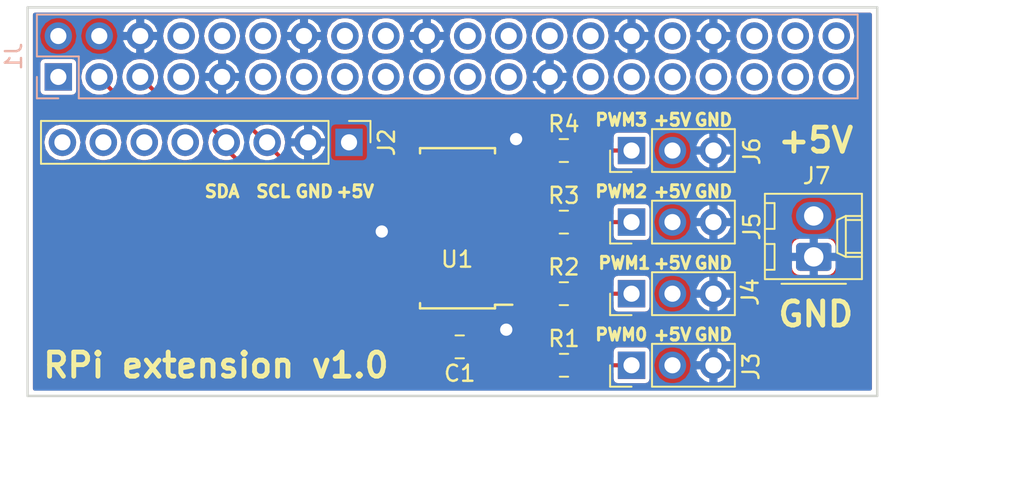
<source format=kicad_pcb>
(kicad_pcb (version 20171130) (host pcbnew 5.0.2-1.fc29)

  (general
    (thickness 1.6)
    (drawings 25)
    (tracks 67)
    (zones 0)
    (modules 13)
    (nets 58)
  )

  (page A4)
  (layers
    (0 F.Cu signal)
    (31 B.Cu signal)
    (32 B.Adhes user)
    (33 F.Adhes user)
    (34 B.Paste user)
    (35 F.Paste user)
    (36 B.SilkS user)
    (37 F.SilkS user)
    (38 B.Mask user)
    (39 F.Mask user)
    (40 Dwgs.User user)
    (41 Cmts.User user)
    (42 Eco1.User user)
    (43 Eco2.User user)
    (44 Edge.Cuts user)
    (45 Margin user)
    (46 B.CrtYd user)
    (47 F.CrtYd user)
    (48 B.Fab user)
    (49 F.Fab user)
  )

  (setup
    (last_trace_width 0.254)
    (trace_clearance 0.1016)
    (zone_clearance 0.254)
    (zone_45_only no)
    (trace_min 0.2)
    (segment_width 0.2)
    (edge_width 0.15)
    (via_size 1.524)
    (via_drill 0.762)
    (via_min_size 0.4)
    (via_min_drill 0.3)
    (uvia_size 0.3)
    (uvia_drill 0.1)
    (uvias_allowed no)
    (uvia_min_size 0.2)
    (uvia_min_drill 0.1)
    (pcb_text_width 0.3)
    (pcb_text_size 1.5 1.5)
    (mod_edge_width 0.15)
    (mod_text_size 1 1)
    (mod_text_width 0.15)
    (pad_size 1.524 1.524)
    (pad_drill 0.762)
    (pad_to_mask_clearance 0.051)
    (solder_mask_min_width 0.25)
    (aux_axis_origin 0 0)
    (visible_elements FFFDFF7F)
    (pcbplotparams
      (layerselection 0x010fc_ffffffff)
      (usegerberextensions true)
      (usegerberattributes false)
      (usegerberadvancedattributes false)
      (creategerberjobfile false)
      (excludeedgelayer true)
      (linewidth 0.100000)
      (plotframeref false)
      (viasonmask false)
      (mode 1)
      (useauxorigin false)
      (hpglpennumber 1)
      (hpglpenspeed 20)
      (hpglpendiameter 15.000000)
      (psnegative false)
      (psa4output false)
      (plotreference true)
      (plotvalue true)
      (plotinvisibletext false)
      (padsonsilk false)
      (subtractmaskfromsilk false)
      (outputformat 1)
      (mirror false)
      (drillshape 0)
      (scaleselection 1)
      (outputdirectory "gerber/"))
  )

  (net 0 "")
  (net 1 GND)
  (net 2 +5V)
  (net 3 "Net-(J1-Pad1)")
  (net 4 /SDA)
  (net 5 /SCL)
  (net 6 "Net-(J1-Pad7)")
  (net 7 "Net-(J1-Pad11)")
  (net 8 "Net-(J1-Pad13)")
  (net 9 "Net-(J1-Pad15)")
  (net 10 "Net-(J1-Pad17)")
  (net 11 "Net-(J1-Pad19)")
  (net 12 "Net-(J1-Pad21)")
  (net 13 "Net-(J1-Pad23)")
  (net 14 "Net-(J1-Pad27)")
  (net 15 "Net-(J1-Pad29)")
  (net 16 "Net-(J1-Pad31)")
  (net 17 "Net-(J1-Pad33)")
  (net 18 "Net-(J1-Pad35)")
  (net 19 "Net-(J1-Pad37)")
  (net 20 "Net-(J1-Pad39)")
  (net 21 "Net-(J1-Pad8)")
  (net 22 "Net-(J1-Pad10)")
  (net 23 "Net-(J1-Pad12)")
  (net 24 "Net-(J1-Pad16)")
  (net 25 "Net-(J1-Pad18)")
  (net 26 "Net-(J1-Pad22)")
  (net 27 "Net-(J1-Pad24)")
  (net 28 "Net-(J1-Pad26)")
  (net 29 "Net-(J1-Pad28)")
  (net 30 "Net-(J1-Pad32)")
  (net 31 "Net-(J1-Pad36)")
  (net 32 "Net-(J1-Pad38)")
  (net 33 "Net-(J1-Pad40)")
  (net 34 "Net-(J2-Pad5)")
  (net 35 "Net-(J2-Pad6)")
  (net 36 "Net-(J2-Pad7)")
  (net 37 "Net-(J2-Pad8)")
  (net 38 /PWM0)
  (net 39 /PWM1)
  (net 40 /PWM2)
  (net 41 /PWM3)
  (net 42 "Net-(U1-Pad10)")
  (net 43 "Net-(U1-Pad11)")
  (net 44 "Net-(U1-Pad12)")
  (net 45 "Net-(U1-Pad13)")
  (net 46 "Net-(U1-Pad15)")
  (net 47 "Net-(U1-Pad16)")
  (net 48 "Net-(U1-Pad17)")
  (net 49 "Net-(U1-Pad18)")
  (net 50 "Net-(U1-Pad19)")
  (net 51 "Net-(U1-Pad20)")
  (net 52 "Net-(U1-Pad21)")
  (net 53 "Net-(U1-Pad22)")
  (net 54 "Net-(J3-Pad1)")
  (net 55 "Net-(J4-Pad1)")
  (net 56 "Net-(J5-Pad1)")
  (net 57 "Net-(J6-Pad1)")

  (net_class Default "This is the default net class."
    (clearance 0.1016)
    (trace_width 0.254)
    (via_dia 1.524)
    (via_drill 0.762)
    (uvia_dia 0.3)
    (uvia_drill 0.1)
    (add_net +5V)
    (add_net /PWM0)
    (add_net /PWM1)
    (add_net /PWM2)
    (add_net /PWM3)
    (add_net /SCL)
    (add_net /SDA)
    (add_net GND)
    (add_net "Net-(J1-Pad1)")
    (add_net "Net-(J1-Pad10)")
    (add_net "Net-(J1-Pad11)")
    (add_net "Net-(J1-Pad12)")
    (add_net "Net-(J1-Pad13)")
    (add_net "Net-(J1-Pad15)")
    (add_net "Net-(J1-Pad16)")
    (add_net "Net-(J1-Pad17)")
    (add_net "Net-(J1-Pad18)")
    (add_net "Net-(J1-Pad19)")
    (add_net "Net-(J1-Pad21)")
    (add_net "Net-(J1-Pad22)")
    (add_net "Net-(J1-Pad23)")
    (add_net "Net-(J1-Pad24)")
    (add_net "Net-(J1-Pad26)")
    (add_net "Net-(J1-Pad27)")
    (add_net "Net-(J1-Pad28)")
    (add_net "Net-(J1-Pad29)")
    (add_net "Net-(J1-Pad31)")
    (add_net "Net-(J1-Pad32)")
    (add_net "Net-(J1-Pad33)")
    (add_net "Net-(J1-Pad35)")
    (add_net "Net-(J1-Pad36)")
    (add_net "Net-(J1-Pad37)")
    (add_net "Net-(J1-Pad38)")
    (add_net "Net-(J1-Pad39)")
    (add_net "Net-(J1-Pad40)")
    (add_net "Net-(J1-Pad7)")
    (add_net "Net-(J1-Pad8)")
    (add_net "Net-(J2-Pad5)")
    (add_net "Net-(J2-Pad6)")
    (add_net "Net-(J2-Pad7)")
    (add_net "Net-(J2-Pad8)")
    (add_net "Net-(J3-Pad1)")
    (add_net "Net-(J4-Pad1)")
    (add_net "Net-(J5-Pad1)")
    (add_net "Net-(J6-Pad1)")
    (add_net "Net-(U1-Pad10)")
    (add_net "Net-(U1-Pad11)")
    (add_net "Net-(U1-Pad12)")
    (add_net "Net-(U1-Pad13)")
    (add_net "Net-(U1-Pad15)")
    (add_net "Net-(U1-Pad16)")
    (add_net "Net-(U1-Pad17)")
    (add_net "Net-(U1-Pad18)")
    (add_net "Net-(U1-Pad19)")
    (add_net "Net-(U1-Pad20)")
    (add_net "Net-(U1-Pad21)")
    (add_net "Net-(U1-Pad22)")
  )

  (module Resistor_SMD:R_0805_2012Metric_Pad1.15x1.40mm_HandSolder (layer F.Cu) (tedit 5B36C52B) (tstamp 5C9DF41B)
    (at 120.26 80.01)
    (descr "Resistor SMD 0805 (2012 Metric), square (rectangular) end terminal, IPC_7351 nominal with elongated pad for handsoldering. (Body size source: https://docs.google.com/spreadsheets/d/1BsfQQcO9C6DZCsRaXUlFlo91Tg2WpOkGARC1WS5S8t0/edit?usp=sharing), generated with kicad-footprint-generator")
    (tags "resistor handsolder")
    (path /5C7CB1B0)
    (attr smd)
    (fp_text reference R4 (at 0 -1.65) (layer F.SilkS)
      (effects (font (size 1 1) (thickness 0.15)))
    )
    (fp_text value R (at 0 1.65) (layer F.Fab)
      (effects (font (size 1 1) (thickness 0.15)))
    )
    (fp_text user %R (at 0 0) (layer F.Fab)
      (effects (font (size 0.5 0.5) (thickness 0.08)))
    )
    (fp_line (start 1.85 0.95) (end -1.85 0.95) (layer F.CrtYd) (width 0.05))
    (fp_line (start 1.85 -0.95) (end 1.85 0.95) (layer F.CrtYd) (width 0.05))
    (fp_line (start -1.85 -0.95) (end 1.85 -0.95) (layer F.CrtYd) (width 0.05))
    (fp_line (start -1.85 0.95) (end -1.85 -0.95) (layer F.CrtYd) (width 0.05))
    (fp_line (start -0.261252 0.71) (end 0.261252 0.71) (layer F.SilkS) (width 0.12))
    (fp_line (start -0.261252 -0.71) (end 0.261252 -0.71) (layer F.SilkS) (width 0.12))
    (fp_line (start 1 0.6) (end -1 0.6) (layer F.Fab) (width 0.1))
    (fp_line (start 1 -0.6) (end 1 0.6) (layer F.Fab) (width 0.1))
    (fp_line (start -1 -0.6) (end 1 -0.6) (layer F.Fab) (width 0.1))
    (fp_line (start -1 0.6) (end -1 -0.6) (layer F.Fab) (width 0.1))
    (pad 2 smd roundrect (at 1.025 0) (size 1.15 1.4) (layers F.Cu F.Paste F.Mask) (roundrect_rratio 0.217391)
      (net 57 "Net-(J6-Pad1)"))
    (pad 1 smd roundrect (at -1.025 0) (size 1.15 1.4) (layers F.Cu F.Paste F.Mask) (roundrect_rratio 0.217391)
      (net 41 /PWM3))
    (model ${KISYS3DMOD}/Resistor_SMD.3dshapes/R_0805_2012Metric.wrl
      (at (xyz 0 0 0))
      (scale (xyz 1 1 1))
      (rotate (xyz 0 0 0))
    )
  )

  (module Resistor_SMD:R_0805_2012Metric_Pad1.15x1.40mm_HandSolder (layer F.Cu) (tedit 5B36C52B) (tstamp 5C9DF3EB)
    (at 120.26 84.455)
    (descr "Resistor SMD 0805 (2012 Metric), square (rectangular) end terminal, IPC_7351 nominal with elongated pad for handsoldering. (Body size source: https://docs.google.com/spreadsheets/d/1BsfQQcO9C6DZCsRaXUlFlo91Tg2WpOkGARC1WS5S8t0/edit?usp=sharing), generated with kicad-footprint-generator")
    (tags "resistor handsolder")
    (path /5C7CB176)
    (attr smd)
    (fp_text reference R3 (at 0 -1.65) (layer F.SilkS)
      (effects (font (size 1 1) (thickness 0.15)))
    )
    (fp_text value R (at 0 1.65) (layer F.Fab)
      (effects (font (size 1 1) (thickness 0.15)))
    )
    (fp_line (start -1 0.6) (end -1 -0.6) (layer F.Fab) (width 0.1))
    (fp_line (start -1 -0.6) (end 1 -0.6) (layer F.Fab) (width 0.1))
    (fp_line (start 1 -0.6) (end 1 0.6) (layer F.Fab) (width 0.1))
    (fp_line (start 1 0.6) (end -1 0.6) (layer F.Fab) (width 0.1))
    (fp_line (start -0.261252 -0.71) (end 0.261252 -0.71) (layer F.SilkS) (width 0.12))
    (fp_line (start -0.261252 0.71) (end 0.261252 0.71) (layer F.SilkS) (width 0.12))
    (fp_line (start -1.85 0.95) (end -1.85 -0.95) (layer F.CrtYd) (width 0.05))
    (fp_line (start -1.85 -0.95) (end 1.85 -0.95) (layer F.CrtYd) (width 0.05))
    (fp_line (start 1.85 -0.95) (end 1.85 0.95) (layer F.CrtYd) (width 0.05))
    (fp_line (start 1.85 0.95) (end -1.85 0.95) (layer F.CrtYd) (width 0.05))
    (fp_text user %R (at 0 0) (layer F.Fab)
      (effects (font (size 0.5 0.5) (thickness 0.08)))
    )
    (pad 1 smd roundrect (at -1.025 0) (size 1.15 1.4) (layers F.Cu F.Paste F.Mask) (roundrect_rratio 0.217391)
      (net 40 /PWM2))
    (pad 2 smd roundrect (at 1.025 0) (size 1.15 1.4) (layers F.Cu F.Paste F.Mask) (roundrect_rratio 0.217391)
      (net 56 "Net-(J5-Pad1)"))
    (model ${KISYS3DMOD}/Resistor_SMD.3dshapes/R_0805_2012Metric.wrl
      (at (xyz 0 0 0))
      (scale (xyz 1 1 1))
      (rotate (xyz 0 0 0))
    )
  )

  (module Resistor_SMD:R_0805_2012Metric_Pad1.15x1.40mm_HandSolder (layer F.Cu) (tedit 5B36C52B) (tstamp 5C9DF44B)
    (at 120.26 88.9)
    (descr "Resistor SMD 0805 (2012 Metric), square (rectangular) end terminal, IPC_7351 nominal with elongated pad for handsoldering. (Body size source: https://docs.google.com/spreadsheets/d/1BsfQQcO9C6DZCsRaXUlFlo91Tg2WpOkGARC1WS5S8t0/edit?usp=sharing), generated with kicad-footprint-generator")
    (tags "resistor handsolder")
    (path /5C7CB13A)
    (attr smd)
    (fp_text reference R2 (at 0 -1.65) (layer F.SilkS)
      (effects (font (size 1 1) (thickness 0.15)))
    )
    (fp_text value R (at 0 1.65) (layer F.Fab)
      (effects (font (size 1 1) (thickness 0.15)))
    )
    (fp_text user %R (at 0 0) (layer F.Fab)
      (effects (font (size 0.5 0.5) (thickness 0.08)))
    )
    (fp_line (start 1.85 0.95) (end -1.85 0.95) (layer F.CrtYd) (width 0.05))
    (fp_line (start 1.85 -0.95) (end 1.85 0.95) (layer F.CrtYd) (width 0.05))
    (fp_line (start -1.85 -0.95) (end 1.85 -0.95) (layer F.CrtYd) (width 0.05))
    (fp_line (start -1.85 0.95) (end -1.85 -0.95) (layer F.CrtYd) (width 0.05))
    (fp_line (start -0.261252 0.71) (end 0.261252 0.71) (layer F.SilkS) (width 0.12))
    (fp_line (start -0.261252 -0.71) (end 0.261252 -0.71) (layer F.SilkS) (width 0.12))
    (fp_line (start 1 0.6) (end -1 0.6) (layer F.Fab) (width 0.1))
    (fp_line (start 1 -0.6) (end 1 0.6) (layer F.Fab) (width 0.1))
    (fp_line (start -1 -0.6) (end 1 -0.6) (layer F.Fab) (width 0.1))
    (fp_line (start -1 0.6) (end -1 -0.6) (layer F.Fab) (width 0.1))
    (pad 2 smd roundrect (at 1.025 0) (size 1.15 1.4) (layers F.Cu F.Paste F.Mask) (roundrect_rratio 0.217391)
      (net 55 "Net-(J4-Pad1)"))
    (pad 1 smd roundrect (at -1.025 0) (size 1.15 1.4) (layers F.Cu F.Paste F.Mask) (roundrect_rratio 0.217391)
      (net 39 /PWM1))
    (model ${KISYS3DMOD}/Resistor_SMD.3dshapes/R_0805_2012Metric.wrl
      (at (xyz 0 0 0))
      (scale (xyz 1 1 1))
      (rotate (xyz 0 0 0))
    )
  )

  (module Resistor_SMD:R_0805_2012Metric_Pad1.15x1.40mm_HandSolder (layer F.Cu) (tedit 5B36C52B) (tstamp 5C7AFA20)
    (at 120.269 93.345)
    (descr "Resistor SMD 0805 (2012 Metric), square (rectangular) end terminal, IPC_7351 nominal with elongated pad for handsoldering. (Body size source: https://docs.google.com/spreadsheets/d/1BsfQQcO9C6DZCsRaXUlFlo91Tg2WpOkGARC1WS5S8t0/edit?usp=sharing), generated with kicad-footprint-generator")
    (tags "resistor handsolder")
    (path /5C7CB0FE)
    (attr smd)
    (fp_text reference R1 (at 0 -1.65) (layer F.SilkS)
      (effects (font (size 1 1) (thickness 0.15)))
    )
    (fp_text value R (at 0 1.65) (layer F.Fab)
      (effects (font (size 1 1) (thickness 0.15)))
    )
    (fp_line (start -1 0.6) (end -1 -0.6) (layer F.Fab) (width 0.1))
    (fp_line (start -1 -0.6) (end 1 -0.6) (layer F.Fab) (width 0.1))
    (fp_line (start 1 -0.6) (end 1 0.6) (layer F.Fab) (width 0.1))
    (fp_line (start 1 0.6) (end -1 0.6) (layer F.Fab) (width 0.1))
    (fp_line (start -0.261252 -0.71) (end 0.261252 -0.71) (layer F.SilkS) (width 0.12))
    (fp_line (start -0.261252 0.71) (end 0.261252 0.71) (layer F.SilkS) (width 0.12))
    (fp_line (start -1.85 0.95) (end -1.85 -0.95) (layer F.CrtYd) (width 0.05))
    (fp_line (start -1.85 -0.95) (end 1.85 -0.95) (layer F.CrtYd) (width 0.05))
    (fp_line (start 1.85 -0.95) (end 1.85 0.95) (layer F.CrtYd) (width 0.05))
    (fp_line (start 1.85 0.95) (end -1.85 0.95) (layer F.CrtYd) (width 0.05))
    (fp_text user %R (at 0 0) (layer F.Fab)
      (effects (font (size 0.5 0.5) (thickness 0.08)))
    )
    (pad 1 smd roundrect (at -1.025 0) (size 1.15 1.4) (layers F.Cu F.Paste F.Mask) (roundrect_rratio 0.217391)
      (net 38 /PWM0))
    (pad 2 smd roundrect (at 1.025 0) (size 1.15 1.4) (layers F.Cu F.Paste F.Mask) (roundrect_rratio 0.217391)
      (net 54 "Net-(J3-Pad1)"))
    (model ${KISYS3DMOD}/Resistor_SMD.3dshapes/R_0805_2012Metric.wrl
      (at (xyz 0 0 0))
      (scale (xyz 1 1 1))
      (rotate (xyz 0 0 0))
    )
  )

  (module Connector_Molex:Molex_KK-254_AE-6410-02A_1x02_P2.54mm_Vertical (layer F.Cu) (tedit 5B78013E) (tstamp 5C9DF505)
    (at 135.763 86.614 90)
    (descr "Molex KK-254 Interconnect System, old/engineering part number: AE-6410-02A example for new part number: 22-27-2021, 2 Pins (http://www.molex.com/pdm_docs/sd/022272021_sd.pdf), generated with kicad-footprint-generator")
    (tags "connector Molex KK-254 side entry")
    (path /5C7C173B)
    (fp_text reference J7 (at 5.0292 0.1778 180) (layer F.SilkS)
      (effects (font (size 1 1) (thickness 0.15)))
    )
    (fp_text value Conn_01x02_Male (at 1.27 4.08 90) (layer F.Fab)
      (effects (font (size 1 1) (thickness 0.15)))
    )
    (fp_text user %R (at 1.27 -2.22 90) (layer F.Fab)
      (effects (font (size 1 1) (thickness 0.15)))
    )
    (fp_line (start 4.31 -3.42) (end -1.77 -3.42) (layer F.CrtYd) (width 0.05))
    (fp_line (start 4.31 3.38) (end 4.31 -3.42) (layer F.CrtYd) (width 0.05))
    (fp_line (start -1.77 3.38) (end 4.31 3.38) (layer F.CrtYd) (width 0.05))
    (fp_line (start -1.77 -3.42) (end -1.77 3.38) (layer F.CrtYd) (width 0.05))
    (fp_line (start 3.34 -2.43) (end 3.34 -3.03) (layer F.SilkS) (width 0.12))
    (fp_line (start 1.74 -2.43) (end 3.34 -2.43) (layer F.SilkS) (width 0.12))
    (fp_line (start 1.74 -3.03) (end 1.74 -2.43) (layer F.SilkS) (width 0.12))
    (fp_line (start 0.8 -2.43) (end 0.8 -3.03) (layer F.SilkS) (width 0.12))
    (fp_line (start -0.8 -2.43) (end 0.8 -2.43) (layer F.SilkS) (width 0.12))
    (fp_line (start -0.8 -3.03) (end -0.8 -2.43) (layer F.SilkS) (width 0.12))
    (fp_line (start 2.29 2.99) (end 2.29 1.99) (layer F.SilkS) (width 0.12))
    (fp_line (start 0.25 2.99) (end 0.25 1.99) (layer F.SilkS) (width 0.12))
    (fp_line (start 2.29 1.46) (end 2.54 1.99) (layer F.SilkS) (width 0.12))
    (fp_line (start 0.25 1.46) (end 2.29 1.46) (layer F.SilkS) (width 0.12))
    (fp_line (start 0 1.99) (end 0.25 1.46) (layer F.SilkS) (width 0.12))
    (fp_line (start 2.54 1.99) (end 2.54 2.99) (layer F.SilkS) (width 0.12))
    (fp_line (start 0 1.99) (end 2.54 1.99) (layer F.SilkS) (width 0.12))
    (fp_line (start 0 2.99) (end 0 1.99) (layer F.SilkS) (width 0.12))
    (fp_line (start -0.562893 0) (end -1.27 0.5) (layer F.Fab) (width 0.1))
    (fp_line (start -1.27 -0.5) (end -0.562893 0) (layer F.Fab) (width 0.1))
    (fp_line (start -1.67 -2) (end -1.67 2) (layer F.SilkS) (width 0.12))
    (fp_line (start 3.92 -3.03) (end -1.38 -3.03) (layer F.SilkS) (width 0.12))
    (fp_line (start 3.92 2.99) (end 3.92 -3.03) (layer F.SilkS) (width 0.12))
    (fp_line (start -1.38 2.99) (end 3.92 2.99) (layer F.SilkS) (width 0.12))
    (fp_line (start -1.38 -3.03) (end -1.38 2.99) (layer F.SilkS) (width 0.12))
    (fp_line (start 3.81 -2.92) (end -1.27 -2.92) (layer F.Fab) (width 0.1))
    (fp_line (start 3.81 2.88) (end 3.81 -2.92) (layer F.Fab) (width 0.1))
    (fp_line (start -1.27 2.88) (end 3.81 2.88) (layer F.Fab) (width 0.1))
    (fp_line (start -1.27 -2.92) (end -1.27 2.88) (layer F.Fab) (width 0.1))
    (pad 2 thru_hole oval (at 2.54 0 90) (size 1.74 2.2) (drill 1.2) (layers *.Cu *.Mask)
      (net 2 +5V))
    (pad 1 thru_hole roundrect (at 0 0 90) (size 1.74 2.2) (drill 1.2) (layers *.Cu *.Mask) (roundrect_rratio 0.143678)
      (net 1 GND))
    (model ${KIPRJMOD}/shape3D/JST_EH_B02B-EH-A_1x02_P2.50mm_Vertical.wrl
      (offset (xyz 2.539999961853027 0 0))
      (scale (xyz 1 1 1))
      (rotate (xyz 0 0 180))
    )
  )

  (module Connector_PinSocket_2.54mm:PinSocket_2x20_P2.54mm_Vertical (layer B.Cu) (tedit 5A19A433) (tstamp 5C870171)
    (at 88.9 75.438 270)
    (descr "Through hole straight socket strip, 2x20, 2.54mm pitch, double cols (from Kicad 4.0.7), script generated")
    (tags "Through hole socket strip THT 2x20 2.54mm double row")
    (path /5C7ACAE8)
    (fp_text reference J1 (at -1.27 2.77 270) (layer B.SilkS)
      (effects (font (size 1 1) (thickness 0.15)) (justify mirror))
    )
    (fp_text value RPi_GPIO (at -1.27 -51.03 270) (layer B.Fab)
      (effects (font (size 1 1) (thickness 0.15)) (justify mirror))
    )
    (fp_text user %R (at -1.27 -24.13 180) (layer B.Fab)
      (effects (font (size 1 1) (thickness 0.15)) (justify mirror))
    )
    (fp_line (start -4.34 -50) (end -4.34 1.8) (layer B.CrtYd) (width 0.05))
    (fp_line (start 1.76 -50) (end -4.34 -50) (layer B.CrtYd) (width 0.05))
    (fp_line (start 1.76 1.8) (end 1.76 -50) (layer B.CrtYd) (width 0.05))
    (fp_line (start -4.34 1.8) (end 1.76 1.8) (layer B.CrtYd) (width 0.05))
    (fp_line (start 0 1.33) (end 1.33 1.33) (layer B.SilkS) (width 0.12))
    (fp_line (start 1.33 1.33) (end 1.33 0) (layer B.SilkS) (width 0.12))
    (fp_line (start -1.27 1.33) (end -1.27 -1.27) (layer B.SilkS) (width 0.12))
    (fp_line (start -1.27 -1.27) (end 1.33 -1.27) (layer B.SilkS) (width 0.12))
    (fp_line (start 1.33 -1.27) (end 1.33 -49.59) (layer B.SilkS) (width 0.12))
    (fp_line (start -3.87 -49.59) (end 1.33 -49.59) (layer B.SilkS) (width 0.12))
    (fp_line (start -3.87 1.33) (end -3.87 -49.59) (layer B.SilkS) (width 0.12))
    (fp_line (start -3.87 1.33) (end -1.27 1.33) (layer B.SilkS) (width 0.12))
    (fp_line (start -3.81 -49.53) (end -3.81 1.27) (layer B.Fab) (width 0.1))
    (fp_line (start 1.27 -49.53) (end -3.81 -49.53) (layer B.Fab) (width 0.1))
    (fp_line (start 1.27 0.27) (end 1.27 -49.53) (layer B.Fab) (width 0.1))
    (fp_line (start 0.27 1.27) (end 1.27 0.27) (layer B.Fab) (width 0.1))
    (fp_line (start -3.81 1.27) (end 0.27 1.27) (layer B.Fab) (width 0.1))
    (pad 40 thru_hole oval (at -2.54 -48.26 270) (size 1.7 1.7) (drill 1) (layers *.Cu *.Mask)
      (net 33 "Net-(J1-Pad40)"))
    (pad 39 thru_hole oval (at 0 -48.26 270) (size 1.7 1.7) (drill 1) (layers *.Cu *.Mask)
      (net 20 "Net-(J1-Pad39)"))
    (pad 38 thru_hole oval (at -2.54 -45.72 270) (size 1.7 1.7) (drill 1) (layers *.Cu *.Mask)
      (net 32 "Net-(J1-Pad38)"))
    (pad 37 thru_hole oval (at 0 -45.72 270) (size 1.7 1.7) (drill 1) (layers *.Cu *.Mask)
      (net 19 "Net-(J1-Pad37)"))
    (pad 36 thru_hole oval (at -2.54 -43.18 270) (size 1.7 1.7) (drill 1) (layers *.Cu *.Mask)
      (net 31 "Net-(J1-Pad36)"))
    (pad 35 thru_hole oval (at 0 -43.18 270) (size 1.7 1.7) (drill 1) (layers *.Cu *.Mask)
      (net 18 "Net-(J1-Pad35)"))
    (pad 34 thru_hole oval (at -2.54 -40.64 270) (size 1.7 1.7) (drill 1) (layers *.Cu *.Mask)
      (net 1 GND))
    (pad 33 thru_hole oval (at 0 -40.64 270) (size 1.7 1.7) (drill 1) (layers *.Cu *.Mask)
      (net 17 "Net-(J1-Pad33)"))
    (pad 32 thru_hole oval (at -2.54 -38.1 270) (size 1.7 1.7) (drill 1) (layers *.Cu *.Mask)
      (net 30 "Net-(J1-Pad32)"))
    (pad 31 thru_hole oval (at 0 -38.1 270) (size 1.7 1.7) (drill 1) (layers *.Cu *.Mask)
      (net 16 "Net-(J1-Pad31)"))
    (pad 30 thru_hole oval (at -2.54 -35.56 270) (size 1.7 1.7) (drill 1) (layers *.Cu *.Mask)
      (net 1 GND))
    (pad 29 thru_hole oval (at 0 -35.56 270) (size 1.7 1.7) (drill 1) (layers *.Cu *.Mask)
      (net 15 "Net-(J1-Pad29)"))
    (pad 28 thru_hole oval (at -2.54 -33.02 270) (size 1.7 1.7) (drill 1) (layers *.Cu *.Mask)
      (net 29 "Net-(J1-Pad28)"))
    (pad 27 thru_hole oval (at 0 -33.02 270) (size 1.7 1.7) (drill 1) (layers *.Cu *.Mask)
      (net 14 "Net-(J1-Pad27)"))
    (pad 26 thru_hole oval (at -2.54 -30.48 270) (size 1.7 1.7) (drill 1) (layers *.Cu *.Mask)
      (net 28 "Net-(J1-Pad26)"))
    (pad 25 thru_hole oval (at 0 -30.48 270) (size 1.7 1.7) (drill 1) (layers *.Cu *.Mask)
      (net 1 GND))
    (pad 24 thru_hole oval (at -2.54 -27.94 270) (size 1.7 1.7) (drill 1) (layers *.Cu *.Mask)
      (net 27 "Net-(J1-Pad24)"))
    (pad 23 thru_hole oval (at 0 -27.94 270) (size 1.7 1.7) (drill 1) (layers *.Cu *.Mask)
      (net 13 "Net-(J1-Pad23)"))
    (pad 22 thru_hole oval (at -2.54 -25.4 270) (size 1.7 1.7) (drill 1) (layers *.Cu *.Mask)
      (net 26 "Net-(J1-Pad22)"))
    (pad 21 thru_hole oval (at 0 -25.4 270) (size 1.7 1.7) (drill 1) (layers *.Cu *.Mask)
      (net 12 "Net-(J1-Pad21)"))
    (pad 20 thru_hole oval (at -2.54 -22.86 270) (size 1.7 1.7) (drill 1) (layers *.Cu *.Mask)
      (net 1 GND))
    (pad 19 thru_hole oval (at 0 -22.86 270) (size 1.7 1.7) (drill 1) (layers *.Cu *.Mask)
      (net 11 "Net-(J1-Pad19)"))
    (pad 18 thru_hole oval (at -2.54 -20.32 270) (size 1.7 1.7) (drill 1) (layers *.Cu *.Mask)
      (net 25 "Net-(J1-Pad18)"))
    (pad 17 thru_hole oval (at 0 -20.32 270) (size 1.7 1.7) (drill 1) (layers *.Cu *.Mask)
      (net 10 "Net-(J1-Pad17)"))
    (pad 16 thru_hole oval (at -2.54 -17.78 270) (size 1.7 1.7) (drill 1) (layers *.Cu *.Mask)
      (net 24 "Net-(J1-Pad16)"))
    (pad 15 thru_hole oval (at 0 -17.78 270) (size 1.7 1.7) (drill 1) (layers *.Cu *.Mask)
      (net 9 "Net-(J1-Pad15)"))
    (pad 14 thru_hole oval (at -2.54 -15.24 270) (size 1.7 1.7) (drill 1) (layers *.Cu *.Mask)
      (net 1 GND))
    (pad 13 thru_hole oval (at 0 -15.24 270) (size 1.7 1.7) (drill 1) (layers *.Cu *.Mask)
      (net 8 "Net-(J1-Pad13)"))
    (pad 12 thru_hole oval (at -2.54 -12.7 270) (size 1.7 1.7) (drill 1) (layers *.Cu *.Mask)
      (net 23 "Net-(J1-Pad12)"))
    (pad 11 thru_hole oval (at 0 -12.7 270) (size 1.7 1.7) (drill 1) (layers *.Cu *.Mask)
      (net 7 "Net-(J1-Pad11)"))
    (pad 10 thru_hole oval (at -2.54 -10.16 270) (size 1.7 1.7) (drill 1) (layers *.Cu *.Mask)
      (net 22 "Net-(J1-Pad10)"))
    (pad 9 thru_hole oval (at 0 -10.16 270) (size 1.7 1.7) (drill 1) (layers *.Cu *.Mask)
      (net 1 GND))
    (pad 8 thru_hole oval (at -2.54 -7.62 270) (size 1.7 1.7) (drill 1) (layers *.Cu *.Mask)
      (net 21 "Net-(J1-Pad8)"))
    (pad 7 thru_hole oval (at 0 -7.62 270) (size 1.7 1.7) (drill 1) (layers *.Cu *.Mask)
      (net 6 "Net-(J1-Pad7)"))
    (pad 6 thru_hole oval (at -2.54 -5.08 270) (size 1.7 1.7) (drill 1) (layers *.Cu *.Mask)
      (net 1 GND))
    (pad 5 thru_hole oval (at 0 -5.08 270) (size 1.7 1.7) (drill 1) (layers *.Cu *.Mask)
      (net 5 /SCL))
    (pad 4 thru_hole oval (at -2.54 -2.54 270) (size 1.7 1.7) (drill 1) (layers *.Cu *.Mask)
      (net 2 +5V))
    (pad 3 thru_hole oval (at 0 -2.54 270) (size 1.7 1.7) (drill 1) (layers *.Cu *.Mask)
      (net 4 /SDA))
    (pad 2 thru_hole oval (at -2.54 0 270) (size 1.7 1.7) (drill 1) (layers *.Cu *.Mask)
      (net 2 +5V))
    (pad 1 thru_hole rect (at 0 0 270) (size 1.7 1.7) (drill 1) (layers *.Cu *.Mask)
      (net 3 "Net-(J1-Pad1)"))
    (model ${KISYS3DMOD}/Connector_PinSocket_2.54mm.3dshapes/PinSocket_2x20_P2.54mm_Vertical.wrl
      (at (xyz 0 0 0))
      (scale (xyz 1 1 1))
      (rotate (xyz 0 0 0))
    )
  )

  (module Capacitor_SMD:C_0805_2012Metric_Pad1.15x1.40mm_HandSolder (layer F.Cu) (tedit 5B36C52B) (tstamp 5C9E1FAB)
    (at 113.801 92.202 180)
    (descr "Capacitor SMD 0805 (2012 Metric), square (rectangular) end terminal, IPC_7351 nominal with elongated pad for handsoldering. (Body size source: https://docs.google.com/spreadsheets/d/1BsfQQcO9C6DZCsRaXUlFlo91Tg2WpOkGARC1WS5S8t0/edit?usp=sharing), generated with kicad-footprint-generator")
    (tags "capacitor handsolder")
    (path /5C7AF220)
    (attr smd)
    (fp_text reference C1 (at 0 -1.65 180) (layer F.SilkS)
      (effects (font (size 1 1) (thickness 0.15)))
    )
    (fp_text value 10uF (at 0 1.65 180) (layer F.Fab)
      (effects (font (size 1 1) (thickness 0.15)))
    )
    (fp_text user %R (at 0 0 180) (layer F.Fab)
      (effects (font (size 0.5 0.5) (thickness 0.08)))
    )
    (fp_line (start 1.85 0.95) (end -1.85 0.95) (layer F.CrtYd) (width 0.05))
    (fp_line (start 1.85 -0.95) (end 1.85 0.95) (layer F.CrtYd) (width 0.05))
    (fp_line (start -1.85 -0.95) (end 1.85 -0.95) (layer F.CrtYd) (width 0.05))
    (fp_line (start -1.85 0.95) (end -1.85 -0.95) (layer F.CrtYd) (width 0.05))
    (fp_line (start -0.261252 0.71) (end 0.261252 0.71) (layer F.SilkS) (width 0.12))
    (fp_line (start -0.261252 -0.71) (end 0.261252 -0.71) (layer F.SilkS) (width 0.12))
    (fp_line (start 1 0.6) (end -1 0.6) (layer F.Fab) (width 0.1))
    (fp_line (start 1 -0.6) (end 1 0.6) (layer F.Fab) (width 0.1))
    (fp_line (start -1 -0.6) (end 1 -0.6) (layer F.Fab) (width 0.1))
    (fp_line (start -1 0.6) (end -1 -0.6) (layer F.Fab) (width 0.1))
    (pad 2 smd roundrect (at 1.025 0 180) (size 1.15 1.4) (layers F.Cu F.Paste F.Mask) (roundrect_rratio 0.217391)
      (net 2 +5V))
    (pad 1 smd roundrect (at -1.025 0 180) (size 1.15 1.4) (layers F.Cu F.Paste F.Mask) (roundrect_rratio 0.217391)
      (net 1 GND))
    (model ${KISYS3DMOD}/Capacitor_SMD.3dshapes/C_0805_2012Metric.wrl
      (at (xyz 0 0 0))
      (scale (xyz 1 1 1))
      (rotate (xyz 0 0 0))
    )
  )

  (module Connector_PinHeader_2.54mm:PinHeader_1x08_P2.54mm_Vertical (layer F.Cu) (tedit 59FED5CC) (tstamp 5C86E6A4)
    (at 106.934 79.502 270)
    (descr "Through hole straight pin header, 1x08, 2.54mm pitch, single row")
    (tags "Through hole pin header THT 1x08 2.54mm single row")
    (path /5C7B7FFF)
    (fp_text reference J2 (at 0 -2.33 270) (layer F.SilkS)
      (effects (font (size 1 1) (thickness 0.15)))
    )
    (fp_text value Conn_01x08_Male (at 0 20.11 270) (layer F.Fab)
      (effects (font (size 1 1) (thickness 0.15)))
    )
    (fp_text user %R (at 0 8.89) (layer F.Fab)
      (effects (font (size 1 1) (thickness 0.15)))
    )
    (fp_line (start 1.8 -1.8) (end -1.8 -1.8) (layer F.CrtYd) (width 0.05))
    (fp_line (start 1.8 19.55) (end 1.8 -1.8) (layer F.CrtYd) (width 0.05))
    (fp_line (start -1.8 19.55) (end 1.8 19.55) (layer F.CrtYd) (width 0.05))
    (fp_line (start -1.8 -1.8) (end -1.8 19.55) (layer F.CrtYd) (width 0.05))
    (fp_line (start -1.33 -1.33) (end 0 -1.33) (layer F.SilkS) (width 0.12))
    (fp_line (start -1.33 0) (end -1.33 -1.33) (layer F.SilkS) (width 0.12))
    (fp_line (start -1.33 1.27) (end 1.33 1.27) (layer F.SilkS) (width 0.12))
    (fp_line (start 1.33 1.27) (end 1.33 19.11) (layer F.SilkS) (width 0.12))
    (fp_line (start -1.33 1.27) (end -1.33 19.11) (layer F.SilkS) (width 0.12))
    (fp_line (start -1.33 19.11) (end 1.33 19.11) (layer F.SilkS) (width 0.12))
    (fp_line (start -1.27 -0.635) (end -0.635 -1.27) (layer F.Fab) (width 0.1))
    (fp_line (start -1.27 19.05) (end -1.27 -0.635) (layer F.Fab) (width 0.1))
    (fp_line (start 1.27 19.05) (end -1.27 19.05) (layer F.Fab) (width 0.1))
    (fp_line (start 1.27 -1.27) (end 1.27 19.05) (layer F.Fab) (width 0.1))
    (fp_line (start -0.635 -1.27) (end 1.27 -1.27) (layer F.Fab) (width 0.1))
    (pad 8 thru_hole oval (at 0 17.78 270) (size 1.7 1.7) (drill 1) (layers *.Cu *.Mask)
      (net 37 "Net-(J2-Pad8)"))
    (pad 7 thru_hole oval (at 0 15.24 270) (size 1.7 1.7) (drill 1) (layers *.Cu *.Mask)
      (net 36 "Net-(J2-Pad7)"))
    (pad 6 thru_hole oval (at 0 12.7 270) (size 1.7 1.7) (drill 1) (layers *.Cu *.Mask)
      (net 35 "Net-(J2-Pad6)"))
    (pad 5 thru_hole oval (at 0 10.16 270) (size 1.7 1.7) (drill 1) (layers *.Cu *.Mask)
      (net 34 "Net-(J2-Pad5)"))
    (pad 4 thru_hole oval (at 0 7.62 270) (size 1.7 1.7) (drill 1) (layers *.Cu *.Mask)
      (net 4 /SDA))
    (pad 3 thru_hole oval (at 0 5.08 270) (size 1.7 1.7) (drill 1) (layers *.Cu *.Mask)
      (net 5 /SCL))
    (pad 2 thru_hole oval (at 0 2.54 270) (size 1.7 1.7) (drill 1) (layers *.Cu *.Mask)
      (net 1 GND))
    (pad 1 thru_hole rect (at 0 0 270) (size 1.7 1.7) (drill 1) (layers *.Cu *.Mask)
      (net 2 +5V))
    (model ${KISYS3DMOD}/Connector_PinHeader_2.54mm.3dshapes/PinHeader_1x08_P2.54mm_Vertical.wrl
      (at (xyz 0 0 0))
      (scale (xyz 1 1 1))
      (rotate (xyz 0 0 0))
    )
  )

  (module Connector_PinHeader_2.54mm:PinHeader_1x03_P2.54mm_Vertical (layer F.Cu) (tedit 59FED5CC) (tstamp 5C9DFAD9)
    (at 124.46 93.345 90)
    (descr "Through hole straight pin header, 1x03, 2.54mm pitch, single row")
    (tags "Through hole pin header THT 1x03 2.54mm single row")
    (path /5C7AFBF1)
    (fp_text reference J3 (at -0.0762 7.4168 90) (layer F.SilkS)
      (effects (font (size 1 1) (thickness 0.15)))
    )
    (fp_text value PWM0 (at 0 7.41 90) (layer F.Fab)
      (effects (font (size 1 1) (thickness 0.15)))
    )
    (fp_text user %R (at 0 2.54 180) (layer F.Fab)
      (effects (font (size 1 1) (thickness 0.15)))
    )
    (fp_line (start 1.8 -1.8) (end -1.8 -1.8) (layer F.CrtYd) (width 0.05))
    (fp_line (start 1.8 6.85) (end 1.8 -1.8) (layer F.CrtYd) (width 0.05))
    (fp_line (start -1.8 6.85) (end 1.8 6.85) (layer F.CrtYd) (width 0.05))
    (fp_line (start -1.8 -1.8) (end -1.8 6.85) (layer F.CrtYd) (width 0.05))
    (fp_line (start -1.33 -1.33) (end 0 -1.33) (layer F.SilkS) (width 0.12))
    (fp_line (start -1.33 0) (end -1.33 -1.33) (layer F.SilkS) (width 0.12))
    (fp_line (start -1.33 1.27) (end 1.33 1.27) (layer F.SilkS) (width 0.12))
    (fp_line (start 1.33 1.27) (end 1.33 6.41) (layer F.SilkS) (width 0.12))
    (fp_line (start -1.33 1.27) (end -1.33 6.41) (layer F.SilkS) (width 0.12))
    (fp_line (start -1.33 6.41) (end 1.33 6.41) (layer F.SilkS) (width 0.12))
    (fp_line (start -1.27 -0.635) (end -0.635 -1.27) (layer F.Fab) (width 0.1))
    (fp_line (start -1.27 6.35) (end -1.27 -0.635) (layer F.Fab) (width 0.1))
    (fp_line (start 1.27 6.35) (end -1.27 6.35) (layer F.Fab) (width 0.1))
    (fp_line (start 1.27 -1.27) (end 1.27 6.35) (layer F.Fab) (width 0.1))
    (fp_line (start -0.635 -1.27) (end 1.27 -1.27) (layer F.Fab) (width 0.1))
    (pad 3 thru_hole oval (at 0 5.08 90) (size 1.7 1.7) (drill 1) (layers *.Cu *.Mask)
      (net 1 GND))
    (pad 2 thru_hole oval (at 0 2.54 90) (size 1.7 1.7) (drill 1) (layers *.Cu *.Mask)
      (net 2 +5V))
    (pad 1 thru_hole rect (at 0 0 90) (size 1.7 1.7) (drill 1) (layers *.Cu *.Mask)
      (net 54 "Net-(J3-Pad1)"))
    (model ${KISYS3DMOD}/Connector_PinHeader_2.54mm.3dshapes/PinHeader_1x03_P2.54mm_Vertical.wrl
      (at (xyz 0 0 0))
      (scale (xyz 1 1 1))
      (rotate (xyz 0 0 0))
    )
  )

  (module Connector_PinHeader_2.54mm:PinHeader_1x03_P2.54mm_Vertical (layer F.Cu) (tedit 59FED5CC) (tstamp 5C9DFB1B)
    (at 124.46 88.9 90)
    (descr "Through hole straight pin header, 1x03, 2.54mm pitch, single row")
    (tags "Through hole pin header THT 1x03 2.54mm single row")
    (path /5C7B127E)
    (fp_text reference J4 (at 0.1016 7.366 90) (layer F.SilkS)
      (effects (font (size 1 1) (thickness 0.15)))
    )
    (fp_text value PWM1 (at 0 7.41 90) (layer F.Fab)
      (effects (font (size 1 1) (thickness 0.15)))
    )
    (fp_text user %R (at 0 2.54 180) (layer F.Fab)
      (effects (font (size 1 1) (thickness 0.15)))
    )
    (fp_line (start 1.8 -1.8) (end -1.8 -1.8) (layer F.CrtYd) (width 0.05))
    (fp_line (start 1.8 6.85) (end 1.8 -1.8) (layer F.CrtYd) (width 0.05))
    (fp_line (start -1.8 6.85) (end 1.8 6.85) (layer F.CrtYd) (width 0.05))
    (fp_line (start -1.8 -1.8) (end -1.8 6.85) (layer F.CrtYd) (width 0.05))
    (fp_line (start -1.33 -1.33) (end 0 -1.33) (layer F.SilkS) (width 0.12))
    (fp_line (start -1.33 0) (end -1.33 -1.33) (layer F.SilkS) (width 0.12))
    (fp_line (start -1.33 1.27) (end 1.33 1.27) (layer F.SilkS) (width 0.12))
    (fp_line (start 1.33 1.27) (end 1.33 6.41) (layer F.SilkS) (width 0.12))
    (fp_line (start -1.33 1.27) (end -1.33 6.41) (layer F.SilkS) (width 0.12))
    (fp_line (start -1.33 6.41) (end 1.33 6.41) (layer F.SilkS) (width 0.12))
    (fp_line (start -1.27 -0.635) (end -0.635 -1.27) (layer F.Fab) (width 0.1))
    (fp_line (start -1.27 6.35) (end -1.27 -0.635) (layer F.Fab) (width 0.1))
    (fp_line (start 1.27 6.35) (end -1.27 6.35) (layer F.Fab) (width 0.1))
    (fp_line (start 1.27 -1.27) (end 1.27 6.35) (layer F.Fab) (width 0.1))
    (fp_line (start -0.635 -1.27) (end 1.27 -1.27) (layer F.Fab) (width 0.1))
    (pad 3 thru_hole oval (at 0 5.08 90) (size 1.7 1.7) (drill 1) (layers *.Cu *.Mask)
      (net 1 GND))
    (pad 2 thru_hole oval (at 0 2.54 90) (size 1.7 1.7) (drill 1) (layers *.Cu *.Mask)
      (net 2 +5V))
    (pad 1 thru_hole rect (at 0 0 90) (size 1.7 1.7) (drill 1) (layers *.Cu *.Mask)
      (net 55 "Net-(J4-Pad1)"))
    (model ${KISYS3DMOD}/Connector_PinHeader_2.54mm.3dshapes/PinHeader_1x03_P2.54mm_Vertical.wrl
      (at (xyz 0 0 0))
      (scale (xyz 1 1 1))
      (rotate (xyz 0 0 0))
    )
  )

  (module Connector_PinHeader_2.54mm:PinHeader_1x03_P2.54mm_Vertical (layer F.Cu) (tedit 59FED5CC) (tstamp 5C9DD8ED)
    (at 124.46 84.455 90)
    (descr "Through hole straight pin header, 1x03, 2.54mm pitch, single row")
    (tags "Through hole pin header THT 1x03 2.54mm single row")
    (path /5C7B12A8)
    (fp_text reference J5 (at -0.2794 7.4676 90) (layer F.SilkS)
      (effects (font (size 1 1) (thickness 0.15)))
    )
    (fp_text value PWM2 (at 0 7.41 90) (layer F.Fab)
      (effects (font (size 1 1) (thickness 0.15)))
    )
    (fp_text user %R (at 0 2.54 180) (layer F.Fab)
      (effects (font (size 1 1) (thickness 0.15)))
    )
    (fp_line (start 1.8 -1.8) (end -1.8 -1.8) (layer F.CrtYd) (width 0.05))
    (fp_line (start 1.8 6.85) (end 1.8 -1.8) (layer F.CrtYd) (width 0.05))
    (fp_line (start -1.8 6.85) (end 1.8 6.85) (layer F.CrtYd) (width 0.05))
    (fp_line (start -1.8 -1.8) (end -1.8 6.85) (layer F.CrtYd) (width 0.05))
    (fp_line (start -1.33 -1.33) (end 0 -1.33) (layer F.SilkS) (width 0.12))
    (fp_line (start -1.33 0) (end -1.33 -1.33) (layer F.SilkS) (width 0.12))
    (fp_line (start -1.33 1.27) (end 1.33 1.27) (layer F.SilkS) (width 0.12))
    (fp_line (start 1.33 1.27) (end 1.33 6.41) (layer F.SilkS) (width 0.12))
    (fp_line (start -1.33 1.27) (end -1.33 6.41) (layer F.SilkS) (width 0.12))
    (fp_line (start -1.33 6.41) (end 1.33 6.41) (layer F.SilkS) (width 0.12))
    (fp_line (start -1.27 -0.635) (end -0.635 -1.27) (layer F.Fab) (width 0.1))
    (fp_line (start -1.27 6.35) (end -1.27 -0.635) (layer F.Fab) (width 0.1))
    (fp_line (start 1.27 6.35) (end -1.27 6.35) (layer F.Fab) (width 0.1))
    (fp_line (start 1.27 -1.27) (end 1.27 6.35) (layer F.Fab) (width 0.1))
    (fp_line (start -0.635 -1.27) (end 1.27 -1.27) (layer F.Fab) (width 0.1))
    (pad 3 thru_hole oval (at 0 5.08 90) (size 1.7 1.7) (drill 1) (layers *.Cu *.Mask)
      (net 1 GND))
    (pad 2 thru_hole oval (at 0 2.54 90) (size 1.7 1.7) (drill 1) (layers *.Cu *.Mask)
      (net 2 +5V))
    (pad 1 thru_hole rect (at 0 0 90) (size 1.7 1.7) (drill 1) (layers *.Cu *.Mask)
      (net 56 "Net-(J5-Pad1)"))
    (model ${KISYS3DMOD}/Connector_PinHeader_2.54mm.3dshapes/PinHeader_1x03_P2.54mm_Vertical.wrl
      (at (xyz 0 0 0))
      (scale (xyz 1 1 1))
      (rotate (xyz 0 0 0))
    )
  )

  (module Connector_PinHeader_2.54mm:PinHeader_1x03_P2.54mm_Vertical (layer F.Cu) (tedit 59FED5CC) (tstamp 5C9DF6D3)
    (at 124.46 80.01 90)
    (descr "Through hole straight pin header, 1x03, 2.54mm pitch, single row")
    (tags "Through hole pin header THT 1x03 2.54mm single row")
    (path /5C7B12D8)
    (fp_text reference J6 (at -0.0508 7.4676 90) (layer F.SilkS)
      (effects (font (size 1 1) (thickness 0.15)))
    )
    (fp_text value PWM3 (at 0 7.41 90) (layer F.Fab)
      (effects (font (size 1 1) (thickness 0.15)))
    )
    (fp_text user %R (at 0 2.54 180) (layer F.Fab)
      (effects (font (size 1 1) (thickness 0.15)))
    )
    (fp_line (start 1.8 -1.8) (end -1.8 -1.8) (layer F.CrtYd) (width 0.05))
    (fp_line (start 1.8 6.85) (end 1.8 -1.8) (layer F.CrtYd) (width 0.05))
    (fp_line (start -1.8 6.85) (end 1.8 6.85) (layer F.CrtYd) (width 0.05))
    (fp_line (start -1.8 -1.8) (end -1.8 6.85) (layer F.CrtYd) (width 0.05))
    (fp_line (start -1.33 -1.33) (end 0 -1.33) (layer F.SilkS) (width 0.12))
    (fp_line (start -1.33 0) (end -1.33 -1.33) (layer F.SilkS) (width 0.12))
    (fp_line (start -1.33 1.27) (end 1.33 1.27) (layer F.SilkS) (width 0.12))
    (fp_line (start 1.33 1.27) (end 1.33 6.41) (layer F.SilkS) (width 0.12))
    (fp_line (start -1.33 1.27) (end -1.33 6.41) (layer F.SilkS) (width 0.12))
    (fp_line (start -1.33 6.41) (end 1.33 6.41) (layer F.SilkS) (width 0.12))
    (fp_line (start -1.27 -0.635) (end -0.635 -1.27) (layer F.Fab) (width 0.1))
    (fp_line (start -1.27 6.35) (end -1.27 -0.635) (layer F.Fab) (width 0.1))
    (fp_line (start 1.27 6.35) (end -1.27 6.35) (layer F.Fab) (width 0.1))
    (fp_line (start 1.27 -1.27) (end 1.27 6.35) (layer F.Fab) (width 0.1))
    (fp_line (start -0.635 -1.27) (end 1.27 -1.27) (layer F.Fab) (width 0.1))
    (pad 3 thru_hole oval (at 0 5.08 90) (size 1.7 1.7) (drill 1) (layers *.Cu *.Mask)
      (net 1 GND))
    (pad 2 thru_hole oval (at 0 2.54 90) (size 1.7 1.7) (drill 1) (layers *.Cu *.Mask)
      (net 2 +5V))
    (pad 1 thru_hole rect (at 0 0 90) (size 1.7 1.7) (drill 1) (layers *.Cu *.Mask)
      (net 57 "Net-(J6-Pad1)"))
    (model ${KISYS3DMOD}/Connector_PinHeader_2.54mm.3dshapes/PinHeader_1x03_P2.54mm_Vertical.wrl
      (at (xyz 0 0 0))
      (scale (xyz 1 1 1))
      (rotate (xyz 0 0 0))
    )
  )

  (module Package_SO:TSSOP-28_4.4x9.7mm_P0.65mm (layer F.Cu) (tedit 5A02F25C) (tstamp 5C9E0D7D)
    (at 113.665 84.836 180)
    (descr "TSSOP28: plastic thin shrink small outline package; 28 leads; body width 4.4 mm; (see NXP SSOP-TSSOP-VSO-REFLOW.pdf and sot361-1_po.pdf)")
    (tags "SSOP 0.65")
    (path /5C7AD2EC)
    (attr smd)
    (fp_text reference U1 (at 0.0254 -1.9304 180) (layer F.SilkS)
      (effects (font (size 1 1) (thickness 0.15)))
    )
    (fp_text value PCA9685PW (at 0 5.9 180) (layer F.Fab)
      (effects (font (size 1 1) (thickness 0.15)))
    )
    (fp_text user %R (at 0 0 180) (layer F.Fab)
      (effects (font (size 0.8 0.8) (thickness 0.15)))
    )
    (fp_line (start -2.325 -4.75) (end -3.4 -4.75) (layer F.SilkS) (width 0.15))
    (fp_line (start -2.325 4.975) (end 2.325 4.975) (layer F.SilkS) (width 0.15))
    (fp_line (start -2.325 -4.975) (end 2.325 -4.975) (layer F.SilkS) (width 0.15))
    (fp_line (start -2.325 4.975) (end -2.325 4.65) (layer F.SilkS) (width 0.15))
    (fp_line (start 2.325 4.975) (end 2.325 4.65) (layer F.SilkS) (width 0.15))
    (fp_line (start 2.325 -4.975) (end 2.325 -4.65) (layer F.SilkS) (width 0.15))
    (fp_line (start -2.325 -4.975) (end -2.325 -4.75) (layer F.SilkS) (width 0.15))
    (fp_line (start -3.65 5.15) (end 3.65 5.15) (layer F.CrtYd) (width 0.05))
    (fp_line (start -3.65 -5.15) (end 3.65 -5.15) (layer F.CrtYd) (width 0.05))
    (fp_line (start 3.65 -5.15) (end 3.65 5.15) (layer F.CrtYd) (width 0.05))
    (fp_line (start -3.65 -5.15) (end -3.65 5.15) (layer F.CrtYd) (width 0.05))
    (fp_line (start -2.2 -3.85) (end -1.2 -4.85) (layer F.Fab) (width 0.15))
    (fp_line (start -2.2 4.85) (end -2.2 -3.85) (layer F.Fab) (width 0.15))
    (fp_line (start 2.2 4.85) (end -2.2 4.85) (layer F.Fab) (width 0.15))
    (fp_line (start 2.2 -4.85) (end 2.2 4.85) (layer F.Fab) (width 0.15))
    (fp_line (start -1.2 -4.85) (end 2.2 -4.85) (layer F.Fab) (width 0.15))
    (pad 28 smd rect (at 2.85 -4.225 180) (size 1.1 0.4) (layers F.Cu F.Paste F.Mask)
      (net 2 +5V))
    (pad 27 smd rect (at 2.85 -3.575 180) (size 1.1 0.4) (layers F.Cu F.Paste F.Mask)
      (net 4 /SDA))
    (pad 26 smd rect (at 2.85 -2.925 180) (size 1.1 0.4) (layers F.Cu F.Paste F.Mask)
      (net 5 /SCL))
    (pad 25 smd rect (at 2.85 -2.275 180) (size 1.1 0.4) (layers F.Cu F.Paste F.Mask)
      (net 1 GND))
    (pad 24 smd rect (at 2.85 -1.625 180) (size 1.1 0.4) (layers F.Cu F.Paste F.Mask)
      (net 1 GND))
    (pad 23 smd rect (at 2.85 -0.975 180) (size 1.1 0.4) (layers F.Cu F.Paste F.Mask)
      (net 1 GND))
    (pad 22 smd rect (at 2.85 -0.325 180) (size 1.1 0.4) (layers F.Cu F.Paste F.Mask)
      (net 53 "Net-(U1-Pad22)"))
    (pad 21 smd rect (at 2.85 0.325 180) (size 1.1 0.4) (layers F.Cu F.Paste F.Mask)
      (net 52 "Net-(U1-Pad21)"))
    (pad 20 smd rect (at 2.85 0.975 180) (size 1.1 0.4) (layers F.Cu F.Paste F.Mask)
      (net 51 "Net-(U1-Pad20)"))
    (pad 19 smd rect (at 2.85 1.625 180) (size 1.1 0.4) (layers F.Cu F.Paste F.Mask)
      (net 50 "Net-(U1-Pad19)"))
    (pad 18 smd rect (at 2.85 2.275 180) (size 1.1 0.4) (layers F.Cu F.Paste F.Mask)
      (net 49 "Net-(U1-Pad18)"))
    (pad 17 smd rect (at 2.85 2.925 180) (size 1.1 0.4) (layers F.Cu F.Paste F.Mask)
      (net 48 "Net-(U1-Pad17)"))
    (pad 16 smd rect (at 2.85 3.575 180) (size 1.1 0.4) (layers F.Cu F.Paste F.Mask)
      (net 47 "Net-(U1-Pad16)"))
    (pad 15 smd rect (at 2.85 4.225 180) (size 1.1 0.4) (layers F.Cu F.Paste F.Mask)
      (net 46 "Net-(U1-Pad15)"))
    (pad 14 smd rect (at -2.85 4.225 180) (size 1.1 0.4) (layers F.Cu F.Paste F.Mask)
      (net 1 GND))
    (pad 13 smd rect (at -2.85 3.575 180) (size 1.1 0.4) (layers F.Cu F.Paste F.Mask)
      (net 45 "Net-(U1-Pad13)"))
    (pad 12 smd rect (at -2.85 2.925 180) (size 1.1 0.4) (layers F.Cu F.Paste F.Mask)
      (net 44 "Net-(U1-Pad12)"))
    (pad 11 smd rect (at -2.85 2.275 180) (size 1.1 0.4) (layers F.Cu F.Paste F.Mask)
      (net 43 "Net-(U1-Pad11)"))
    (pad 10 smd rect (at -2.85 1.625 180) (size 1.1 0.4) (layers F.Cu F.Paste F.Mask)
      (net 42 "Net-(U1-Pad10)"))
    (pad 9 smd rect (at -2.85 0.975 180) (size 1.1 0.4) (layers F.Cu F.Paste F.Mask)
      (net 41 /PWM3))
    (pad 8 smd rect (at -2.85 0.325 180) (size 1.1 0.4) (layers F.Cu F.Paste F.Mask)
      (net 40 /PWM2))
    (pad 7 smd rect (at -2.85 -0.325 180) (size 1.1 0.4) (layers F.Cu F.Paste F.Mask)
      (net 39 /PWM1))
    (pad 6 smd rect (at -2.85 -0.975 180) (size 1.1 0.4) (layers F.Cu F.Paste F.Mask)
      (net 38 /PWM0))
    (pad 5 smd rect (at -2.85 -1.625 180) (size 1.1 0.4) (layers F.Cu F.Paste F.Mask)
      (net 1 GND))
    (pad 4 smd rect (at -2.85 -2.275 180) (size 1.1 0.4) (layers F.Cu F.Paste F.Mask)
      (net 1 GND))
    (pad 3 smd rect (at -2.85 -2.925 180) (size 1.1 0.4) (layers F.Cu F.Paste F.Mask)
      (net 1 GND))
    (pad 2 smd rect (at -2.85 -3.575 180) (size 1.1 0.4) (layers F.Cu F.Paste F.Mask)
      (net 1 GND))
    (pad 1 smd rect (at -2.85 -4.225 180) (size 1.1 0.4) (layers F.Cu F.Paste F.Mask)
      (net 1 GND))
    (model ${KISYS3DMOD}/Package_SO.3dshapes/TSSOP-28_4.4x9.7mm_P0.65mm.wrl
      (at (xyz 0 0 0))
      (scale (xyz 1 1 1))
      (rotate (xyz 0 0 0))
    )
  )

  (gr_text "RPi extension v1.0" (at 98.679 93.345) (layer F.SilkS)
    (effects (font (size 1.5 1.5) (thickness 0.3)))
  )
  (gr_text PWM1 (at 125.73 86.995) (layer F.SilkS) (tstamp 5C9E6905)
    (effects (font (size 0.75 0.75) (thickness 0.1875)) (justify right))
  )
  (gr_text PWM0 (at 123.825 91.44) (layer F.SilkS) (tstamp 5C9E6903)
    (effects (font (size 0.75 0.75) (thickness 0.1875)))
  )
  (gr_text PWM2 (at 123.825 82.55) (layer F.SilkS) (tstamp 5C9E6901)
    (effects (font (size 0.75 0.75) (thickness 0.1875)))
  )
  (gr_text PWM3 (at 123.825 78.105) (layer F.SilkS) (tstamp 5C9E68FE)
    (effects (font (size 0.75 0.75) (thickness 0.1875)))
  )
  (gr_text GND (at 129.54 91.44) (layer F.SilkS) (tstamp 5C9E68FB)
    (effects (font (size 0.75 0.75) (thickness 0.1875)))
  )
  (gr_text GND (at 129.54 86.995) (layer F.SilkS) (tstamp 5C9E68F9)
    (effects (font (size 0.75 0.75) (thickness 0.1875)))
  )
  (gr_text GND (at 129.54 82.55) (layer F.SilkS) (tstamp 5C9E68F7)
    (effects (font (size 0.75 0.75) (thickness 0.1875)))
  )
  (gr_text GND (at 129.54 78.105) (layer F.SilkS) (tstamp 5C9E68F5)
    (effects (font (size 0.75 0.75) (thickness 0.1875)))
  )
  (gr_text +5V (at 127 91.44) (layer F.SilkS) (tstamp 5C9E68F2)
    (effects (font (size 0.75 0.75) (thickness 0.1875)))
  )
  (gr_text +5V (at 127 86.995) (layer F.SilkS) (tstamp 5C9E68F0)
    (effects (font (size 0.75 0.75) (thickness 0.1875)))
  )
  (gr_text +5V (at 127 82.55) (layer F.SilkS) (tstamp 5C9E68EE)
    (effects (font (size 0.75 0.75) (thickness 0.1875)))
  )
  (gr_text +5V (at 127 78.105) (layer F.SilkS) (tstamp 5C9E68EA)
    (effects (font (size 0.75 0.75) (thickness 0.1875)))
  )
  (gr_text SDA (at 99.06 82.55) (layer F.SilkS) (tstamp 5C9E68DD)
    (effects (font (size 0.75 0.75) (thickness 0.1875)))
  )
  (gr_text SCL (at 102.235 82.55) (layer F.SilkS) (tstamp 5C9E68DB)
    (effects (font (size 0.75 0.75) (thickness 0.1875)))
  )
  (gr_text GND (at 104.775 82.55) (layer F.SilkS)
    (effects (font (size 0.75 0.75) (thickness 0.1875)))
  )
  (gr_text +5V (at 107.315 82.55) (layer F.SilkS)
    (effects (font (size 0.75 0.75) (thickness 0.1875)))
  )
  (gr_text +5V (at 135.89 79.375) (layer F.SilkS)
    (effects (font (size 1.5 1.5) (thickness 0.3)))
  )
  (gr_text GND (at 135.89 90.17) (layer F.SilkS)
    (effects (font (size 1.5 1.5) (thickness 0.3)))
  )
  (dimension 24.13 (width 0.3) (layer Dwgs.User)
    (gr_text "24.130 mm" (at 146.88 83.185 270) (layer Dwgs.User)
      (effects (font (size 1.5 1.5) (thickness 0.3)))
    )
    (feature1 (pts (xy 142.24 95.25) (xy 145.366421 95.25)))
    (feature2 (pts (xy 142.24 71.12) (xy 145.366421 71.12)))
    (crossbar (pts (xy 144.78 71.12) (xy 144.78 95.25)))
    (arrow1a (pts (xy 144.78 95.25) (xy 144.193579 94.123496)))
    (arrow1b (pts (xy 144.78 95.25) (xy 145.366421 94.123496)))
    (arrow2a (pts (xy 144.78 71.12) (xy 144.193579 72.246504)))
    (arrow2b (pts (xy 144.78 71.12) (xy 145.366421 72.246504)))
  )
  (dimension 52.705 (width 0.3) (layer Dwgs.User)
    (gr_text "52.705 mm" (at 113.3475 103.065) (layer Dwgs.User)
      (effects (font (size 1.5 1.5) (thickness 0.3)))
    )
    (feature1 (pts (xy 139.7 97.79) (xy 139.7 101.551421)))
    (feature2 (pts (xy 86.995 97.79) (xy 86.995 101.551421)))
    (crossbar (pts (xy 86.995 100.965) (xy 139.7 100.965)))
    (arrow1a (pts (xy 139.7 100.965) (xy 138.573496 101.551421)))
    (arrow1b (pts (xy 139.7 100.965) (xy 138.573496 100.378579)))
    (arrow2a (pts (xy 86.995 100.965) (xy 88.121504 101.551421)))
    (arrow2b (pts (xy 86.995 100.965) (xy 88.121504 100.378579)))
  )
  (gr_line (start 139.7 71.12) (end 86.995 71.12) (layer Edge.Cuts) (width 0.15))
  (gr_line (start 139.7 95.25) (end 139.7 71.12) (layer Edge.Cuts) (width 0.15))
  (gr_line (start 86.995 95.25) (end 139.7 95.25) (layer Edge.Cuts) (width 0.15))
  (gr_line (start 86.995 71.12) (end 86.995 95.25) (layer Edge.Cuts) (width 0.15))

  (segment (start 114.826 92.202) (end 115.5192 92.202) (width 0.254) (layer F.Cu) (net 1))
  (segment (start 115.5192 92.202) (end 116.5352 91.186) (width 0.254) (layer F.Cu) (net 1))
  (segment (start 116.5352 91.186) (end 116.5352 89.154) (width 0.254) (layer F.Cu) (net 1))
  (segment (start 116.5352 89.154) (end 116.586 89.1032) (width 0.254) (layer F.Cu) (net 1))
  (segment (start 116.515 86.915) (end 116.5352 86.9352) (width 0.254) (layer F.Cu) (net 1))
  (segment (start 116.515 86.461) (end 116.515 86.915) (width 0.254) (layer F.Cu) (net 1))
  (segment (start 116.5352 86.9352) (end 116.5352 87.6808) (width 0.254) (layer F.Cu) (net 1))
  (segment (start 116.5352 87.6808) (end 116.5352 88.392) (width 0.254) (layer F.Cu) (net 1))
  (segment (start 116.5352 88.392) (end 116.5352 89.0016) (width 0.254) (layer F.Cu) (net 1))
  (segment (start 116.5352 89.0016) (end 116.5352 89.1032) (width 0.254) (layer F.Cu) (net 1))
  (segment (start 116.5352 89.1032) (end 116.586 89.154) (width 0.254) (layer F.Cu) (net 1))
  (segment (start 110.815 87.111) (end 110.815 86.4818) (width 0.254) (layer F.Cu) (net 1))
  (segment (start 110.815 86.4818) (end 110.7948 86.4616) (width 0.254) (layer F.Cu) (net 1))
  (segment (start 110.7948 86.4616) (end 110.7948 85.852) (width 0.254) (layer F.Cu) (net 1))
  (via (at 108.966 85.0392) (size 1.524) (drill 0.762) (layers F.Cu B.Cu) (net 1))
  (segment (start 110.815 86.461) (end 110.3878 86.461) (width 0.254) (layer F.Cu) (net 1))
  (segment (start 110.3878 86.461) (end 108.966 85.0392) (width 0.254) (layer F.Cu) (net 1))
  (segment (start 116.5352 91.186) (end 116.6368 91.186) (width 0.254) (layer F.Cu) (net 1))
  (via (at 116.6876 91.1352) (size 1.524) (drill 0.762) (layers F.Cu B.Cu) (net 1))
  (segment (start 116.6368 91.186) (end 116.6876 91.1352) (width 0.254) (layer F.Cu) (net 1))
  (via (at 117.2972 79.2988) (size 1.524) (drill 0.762) (layers F.Cu B.Cu) (net 1))
  (segment (start 116.515 80.611) (end 116.515 80.081) (width 0.254) (layer F.Cu) (net 1))
  (segment (start 116.515 80.081) (end 117.2972 79.2988) (width 0.254) (layer F.Cu) (net 1))
  (segment (start 110.815 89.061) (end 110.815 91.2062) (width 0.254) (layer F.Cu) (net 2))
  (segment (start 110.815 91.2062) (end 111.8108 92.202) (width 0.254) (layer F.Cu) (net 2))
  (segment (start 111.8108 92.202) (end 112.7252 92.202) (width 0.254) (layer F.Cu) (net 2))
  (segment (start 112.7252 92.202) (end 112.776 92.202) (width 0.254) (layer F.Cu) (net 2))
  (segment (start 110.815 88.411) (end 109.4422 88.411) (width 0.254) (layer F.Cu) (net 4))
  (segment (start 109.4422 88.411) (end 102.6668 81.6356) (width 0.254) (layer F.Cu) (net 4))
  (segment (start 102.6668 81.6356) (end 101.4476 81.6356) (width 0.254) (layer F.Cu) (net 4))
  (segment (start 101.4476 81.6356) (end 101.12127 81.6356) (width 0.254) (layer F.Cu) (net 4))
  (segment (start 97.26047 77.7748) (end 93.726 77.7748) (width 0.254) (layer F.Cu) (net 4))
  (segment (start 93.726 77.7748) (end 91.44 75.4888) (width 0.254) (layer F.Cu) (net 4))
  (segment (start 97.5868 77.7748) (end 99.314 79.502) (width 0.254) (layer F.Cu) (net 4))
  (segment (start 97.26047 77.7748) (end 97.5868 77.7748) (width 0.254) (layer F.Cu) (net 4))
  (segment (start 101.12127 81.6356) (end 101.0412 81.6356) (width 0.254) (layer F.Cu) (net 4))
  (segment (start 101.0412 81.6356) (end 99.3648 79.9592) (width 0.254) (layer F.Cu) (net 4))
  (segment (start 99.3648 79.9592) (end 99.3648 79.502) (width 0.254) (layer F.Cu) (net 4))
  (segment (start 110.011 87.761) (end 101.9556 79.7056) (width 0.254) (layer F.Cu) (net 5))
  (segment (start 110.815 87.761) (end 110.011 87.761) (width 0.254) (layer F.Cu) (net 5))
  (segment (start 94.829999 76.287999) (end 94.829999 76.389599) (width 0.254) (layer F.Cu) (net 5))
  (segment (start 93.98 75.438) (end 94.829999 76.287999) (width 0.254) (layer F.Cu) (net 5))
  (segment (start 94.829999 76.389599) (end 95.504 77.0636) (width 0.254) (layer F.Cu) (net 5))
  (segment (start 95.504 77.0636) (end 98.47193 77.0636) (width 0.254) (layer F.Cu) (net 5))
  (segment (start 98.47193 77.0636) (end 99.3648 77.0636) (width 0.254) (layer F.Cu) (net 5))
  (segment (start 99.3648 77.0636) (end 99.3648 77.1144) (width 0.254) (layer F.Cu) (net 5))
  (segment (start 99.3648 77.1144) (end 101.7016 79.4512) (width 0.254) (layer F.Cu) (net 5))
  (segment (start 116.515 85.811) (end 117.026482 85.811) (width 0.254) (layer F.Cu) (net 38))
  (segment (start 118.99 93.345) (end 118.2534 92.6084) (width 0.254) (layer F.Cu) (net 38))
  (segment (start 118.2534 92.6084) (end 118.2534 87.037918) (width 0.254) (layer F.Cu) (net 38))
  (segment (start 117.026482 85.811) (end 117.575482 86.36) (width 0.254) (layer F.Cu) (net 38))
  (segment (start 118.2534 87.037918) (end 117.575482 86.36) (width 0.254) (layer F.Cu) (net 38))
  (segment (start 117.575482 86.36) (end 118.0084 86.792918) (width 0.254) (layer F.Cu) (net 38))
  (segment (start 117.319 85.161) (end 119.2784 87.1204) (width 0.254) (layer F.Cu) (net 39))
  (segment (start 116.515 85.161) (end 117.319 85.161) (width 0.254) (layer F.Cu) (net 39))
  (segment (start 119.2784 87.1204) (end 119.2784 88.8492) (width 0.254) (layer F.Cu) (net 39))
  (segment (start 116.515 84.511) (end 119.197 84.511) (width 0.254) (layer F.Cu) (net 40))
  (segment (start 118.611628 80.633372) (end 118.611628 80.676772) (width 0.254) (layer F.Cu) (net 41))
  (segment (start 119.235 80.01) (end 118.611628 80.633372) (width 0.254) (layer F.Cu) (net 41))
  (segment (start 118.611628 80.676772) (end 118.0084 81.28) (width 0.254) (layer F.Cu) (net 41))
  (segment (start 118.0084 82.879082) (end 116.965882 83.9216) (width 0.254) (layer F.Cu) (net 41))
  (segment (start 118.0084 81.28) (end 118.0084 82.879082) (width 0.254) (layer F.Cu) (net 41))
  (segment (start 121.04 93.345) (end 124.46 93.345) (width 0.254) (layer F.Cu) (net 54))
  (segment (start 124.46 88.9) (end 121.285 88.9) (width 0.254) (layer F.Cu) (net 55))
  (segment (start 121.285 84.455) (end 124.46 84.455) (width 0.254) (layer F.Cu) (net 56))
  (segment (start 124.46 80.01) (end 123.356 80.01) (width 0.254) (layer F.Cu) (net 57))
  (segment (start 123.356 80.01) (end 121.285 80.01) (width 0.254) (layer F.Cu) (net 57))

  (zone (net 1) (net_name GND) (layer B.Cu) (tstamp 5C87ABBA) (hatch edge 0.508)
    (connect_pads (clearance 0.254))
    (min_thickness 0.254)
    (fill yes (arc_segments 16) (thermal_gap 0.254) (thermal_bridge_width 0.508))
    (polygon
      (pts
        (xy 86.995 71.12) (xy 86.995 95.25) (xy 139.7 95.25) (xy 139.7 71.12)
      )
    )
    (filled_polygon
      (pts
        (xy 139.244 94.794) (xy 87.451 94.794) (xy 87.451 92.495) (xy 123.221536 92.495) (xy 123.221536 94.195)
        (xy 123.251106 94.343659) (xy 123.335314 94.469686) (xy 123.461341 94.553894) (xy 123.61 94.583464) (xy 125.31 94.583464)
        (xy 125.458659 94.553894) (xy 125.584686 94.469686) (xy 125.668894 94.343659) (xy 125.698464 94.195) (xy 125.698464 93.345)
        (xy 125.744884 93.345) (xy 125.840424 93.825312) (xy 126.112499 94.232501) (xy 126.519688 94.504576) (xy 126.878761 94.576)
        (xy 127.121239 94.576) (xy 127.480312 94.504576) (xy 127.887501 94.232501) (xy 128.159576 93.825312) (xy 128.192064 93.661982)
        (xy 128.350499 93.661982) (xy 128.562348 94.093056) (xy 128.923036 94.410245) (xy 129.22302 94.534489) (xy 129.413 94.473627)
        (xy 129.413 93.472) (xy 129.667 93.472) (xy 129.667 94.473627) (xy 129.85698 94.534489) (xy 130.156964 94.410245)
        (xy 130.517652 94.093056) (xy 130.729501 93.661982) (xy 130.669193 93.472) (xy 129.667 93.472) (xy 129.413 93.472)
        (xy 128.410807 93.472) (xy 128.350499 93.661982) (xy 128.192064 93.661982) (xy 128.255116 93.345) (xy 128.192065 93.028018)
        (xy 128.350499 93.028018) (xy 128.410807 93.218) (xy 129.413 93.218) (xy 129.413 92.216373) (xy 129.667 92.216373)
        (xy 129.667 93.218) (xy 130.669193 93.218) (xy 130.729501 93.028018) (xy 130.517652 92.596944) (xy 130.156964 92.279755)
        (xy 129.85698 92.155511) (xy 129.667 92.216373) (xy 129.413 92.216373) (xy 129.22302 92.155511) (xy 128.923036 92.279755)
        (xy 128.562348 92.596944) (xy 128.350499 93.028018) (xy 128.192065 93.028018) (xy 128.159576 92.864688) (xy 127.887501 92.457499)
        (xy 127.480312 92.185424) (xy 127.121239 92.114) (xy 126.878761 92.114) (xy 126.519688 92.185424) (xy 126.112499 92.457499)
        (xy 125.840424 92.864688) (xy 125.744884 93.345) (xy 125.698464 93.345) (xy 125.698464 92.495) (xy 125.668894 92.346341)
        (xy 125.584686 92.220314) (xy 125.458659 92.136106) (xy 125.31 92.106536) (xy 123.61 92.106536) (xy 123.461341 92.136106)
        (xy 123.335314 92.220314) (xy 123.251106 92.346341) (xy 123.221536 92.495) (xy 87.451 92.495) (xy 87.451 88.05)
        (xy 123.221536 88.05) (xy 123.221536 89.75) (xy 123.251106 89.898659) (xy 123.335314 90.024686) (xy 123.461341 90.108894)
        (xy 123.61 90.138464) (xy 125.31 90.138464) (xy 125.458659 90.108894) (xy 125.584686 90.024686) (xy 125.668894 89.898659)
        (xy 125.698464 89.75) (xy 125.698464 88.9) (xy 125.744884 88.9) (xy 125.840424 89.380312) (xy 126.112499 89.787501)
        (xy 126.519688 90.059576) (xy 126.878761 90.131) (xy 127.121239 90.131) (xy 127.480312 90.059576) (xy 127.887501 89.787501)
        (xy 128.159576 89.380312) (xy 128.192064 89.216982) (xy 128.350499 89.216982) (xy 128.562348 89.648056) (xy 128.923036 89.965245)
        (xy 129.22302 90.089489) (xy 129.413 90.028627) (xy 129.413 89.027) (xy 129.667 89.027) (xy 129.667 90.028627)
        (xy 129.85698 90.089489) (xy 130.156964 89.965245) (xy 130.517652 89.648056) (xy 130.729501 89.216982) (xy 130.669193 89.027)
        (xy 129.667 89.027) (xy 129.413 89.027) (xy 128.410807 89.027) (xy 128.350499 89.216982) (xy 128.192064 89.216982)
        (xy 128.255116 88.9) (xy 128.192065 88.583018) (xy 128.350499 88.583018) (xy 128.410807 88.773) (xy 129.413 88.773)
        (xy 129.413 87.771373) (xy 129.667 87.771373) (xy 129.667 88.773) (xy 130.669193 88.773) (xy 130.729501 88.583018)
        (xy 130.517652 88.151944) (xy 130.156964 87.834755) (xy 129.85698 87.710511) (xy 129.667 87.771373) (xy 129.413 87.771373)
        (xy 129.22302 87.710511) (xy 128.923036 87.834755) (xy 128.562348 88.151944) (xy 128.350499 88.583018) (xy 128.192065 88.583018)
        (xy 128.159576 88.419688) (xy 127.887501 88.012499) (xy 127.480312 87.740424) (xy 127.121239 87.669) (xy 126.878761 87.669)
        (xy 126.519688 87.740424) (xy 126.112499 88.012499) (xy 125.840424 88.419688) (xy 125.744884 88.9) (xy 125.698464 88.9)
        (xy 125.698464 88.05) (xy 125.668894 87.901341) (xy 125.584686 87.775314) (xy 125.458659 87.691106) (xy 125.31 87.661536)
        (xy 123.61 87.661536) (xy 123.461341 87.691106) (xy 123.335314 87.775314) (xy 123.251106 87.901341) (xy 123.221536 88.05)
        (xy 87.451 88.05) (xy 87.451 86.83625) (xy 134.282 86.83625) (xy 134.282 87.559786) (xy 134.340004 87.69982)
        (xy 134.447181 87.806996) (xy 134.587215 87.865) (xy 135.54075 87.865) (xy 135.636 87.76975) (xy 135.636 86.741)
        (xy 135.89 86.741) (xy 135.89 87.76975) (xy 135.98525 87.865) (xy 136.938785 87.865) (xy 137.078819 87.806996)
        (xy 137.185996 87.69982) (xy 137.244 87.559786) (xy 137.244 86.83625) (xy 137.14875 86.741) (xy 135.89 86.741)
        (xy 135.636 86.741) (xy 134.37725 86.741) (xy 134.282 86.83625) (xy 87.451 86.83625) (xy 87.451 83.605)
        (xy 123.221536 83.605) (xy 123.221536 85.305) (xy 123.251106 85.453659) (xy 123.335314 85.579686) (xy 123.461341 85.663894)
        (xy 123.61 85.693464) (xy 125.31 85.693464) (xy 125.458659 85.663894) (xy 125.584686 85.579686) (xy 125.668894 85.453659)
        (xy 125.698464 85.305) (xy 125.698464 84.455) (xy 125.744884 84.455) (xy 125.840424 84.935312) (xy 126.112499 85.342501)
        (xy 126.519688 85.614576) (xy 126.878761 85.686) (xy 127.121239 85.686) (xy 127.210655 85.668214) (xy 134.282 85.668214)
        (xy 134.282 86.39175) (xy 134.37725 86.487) (xy 135.636 86.487) (xy 135.636 85.45825) (xy 135.89 85.45825)
        (xy 135.89 86.487) (xy 137.14875 86.487) (xy 137.244 86.39175) (xy 137.244 85.668214) (xy 137.185996 85.52818)
        (xy 137.078819 85.421004) (xy 136.938785 85.363) (xy 135.98525 85.363) (xy 135.89 85.45825) (xy 135.636 85.45825)
        (xy 135.54075 85.363) (xy 134.587215 85.363) (xy 134.447181 85.421004) (xy 134.340004 85.52818) (xy 134.282 85.668214)
        (xy 127.210655 85.668214) (xy 127.480312 85.614576) (xy 127.887501 85.342501) (xy 128.159576 84.935312) (xy 128.192064 84.771982)
        (xy 128.350499 84.771982) (xy 128.562348 85.203056) (xy 128.923036 85.520245) (xy 129.22302 85.644489) (xy 129.413 85.583627)
        (xy 129.413 84.582) (xy 129.667 84.582) (xy 129.667 85.583627) (xy 129.85698 85.644489) (xy 130.156964 85.520245)
        (xy 130.517652 85.203056) (xy 130.729501 84.771982) (xy 130.669193 84.582) (xy 129.667 84.582) (xy 129.413 84.582)
        (xy 128.410807 84.582) (xy 128.350499 84.771982) (xy 128.192064 84.771982) (xy 128.255116 84.455) (xy 128.192065 84.138018)
        (xy 128.350499 84.138018) (xy 128.410807 84.328) (xy 129.413 84.328) (xy 129.413 83.326373) (xy 129.667 83.326373)
        (xy 129.667 84.328) (xy 130.669193 84.328) (xy 130.729501 84.138018) (xy 130.69804 84.074) (xy 134.257492 84.074)
        (xy 134.354584 84.562116) (xy 134.63108 84.97592) (xy 135.044884 85.252416) (xy 135.40979 85.325) (xy 136.11621 85.325)
        (xy 136.481116 85.252416) (xy 136.89492 84.97592) (xy 137.171416 84.562116) (xy 137.268508 84.074) (xy 137.171416 83.585884)
        (xy 136.89492 83.17208) (xy 136.481116 82.895584) (xy 136.11621 82.823) (xy 135.40979 82.823) (xy 135.044884 82.895584)
        (xy 134.63108 83.17208) (xy 134.354584 83.585884) (xy 134.257492 84.074) (xy 130.69804 84.074) (xy 130.517652 83.706944)
        (xy 130.156964 83.389755) (xy 129.85698 83.265511) (xy 129.667 83.326373) (xy 129.413 83.326373) (xy 129.22302 83.265511)
        (xy 128.923036 83.389755) (xy 128.562348 83.706944) (xy 128.350499 84.138018) (xy 128.192065 84.138018) (xy 128.159576 83.974688)
        (xy 127.887501 83.567499) (xy 127.480312 83.295424) (xy 127.121239 83.224) (xy 126.878761 83.224) (xy 126.519688 83.295424)
        (xy 126.112499 83.567499) (xy 125.840424 83.974688) (xy 125.744884 84.455) (xy 125.698464 84.455) (xy 125.698464 83.605)
        (xy 125.668894 83.456341) (xy 125.584686 83.330314) (xy 125.458659 83.246106) (xy 125.31 83.216536) (xy 123.61 83.216536)
        (xy 123.461341 83.246106) (xy 123.335314 83.330314) (xy 123.251106 83.456341) (xy 123.221536 83.605) (xy 87.451 83.605)
        (xy 87.451 79.502) (xy 87.898884 79.502) (xy 87.994424 79.982312) (xy 88.266499 80.389501) (xy 88.673688 80.661576)
        (xy 89.032761 80.733) (xy 89.275239 80.733) (xy 89.634312 80.661576) (xy 90.041501 80.389501) (xy 90.313576 79.982312)
        (xy 90.409116 79.502) (xy 90.438884 79.502) (xy 90.534424 79.982312) (xy 90.806499 80.389501) (xy 91.213688 80.661576)
        (xy 91.572761 80.733) (xy 91.815239 80.733) (xy 92.174312 80.661576) (xy 92.581501 80.389501) (xy 92.853576 79.982312)
        (xy 92.949116 79.502) (xy 92.978884 79.502) (xy 93.074424 79.982312) (xy 93.346499 80.389501) (xy 93.753688 80.661576)
        (xy 94.112761 80.733) (xy 94.355239 80.733) (xy 94.714312 80.661576) (xy 95.121501 80.389501) (xy 95.393576 79.982312)
        (xy 95.489116 79.502) (xy 95.518884 79.502) (xy 95.614424 79.982312) (xy 95.886499 80.389501) (xy 96.293688 80.661576)
        (xy 96.652761 80.733) (xy 96.895239 80.733) (xy 97.254312 80.661576) (xy 97.661501 80.389501) (xy 97.933576 79.982312)
        (xy 98.029116 79.502) (xy 98.058884 79.502) (xy 98.154424 79.982312) (xy 98.426499 80.389501) (xy 98.833688 80.661576)
        (xy 99.192761 80.733) (xy 99.435239 80.733) (xy 99.794312 80.661576) (xy 100.201501 80.389501) (xy 100.473576 79.982312)
        (xy 100.569116 79.502) (xy 100.598884 79.502) (xy 100.694424 79.982312) (xy 100.966499 80.389501) (xy 101.373688 80.661576)
        (xy 101.732761 80.733) (xy 101.975239 80.733) (xy 102.334312 80.661576) (xy 102.741501 80.389501) (xy 103.013576 79.982312)
        (xy 103.046064 79.818982) (xy 103.204499 79.818982) (xy 103.416348 80.250056) (xy 103.777036 80.567245) (xy 104.07702 80.691489)
        (xy 104.267 80.630627) (xy 104.267 79.629) (xy 104.521 79.629) (xy 104.521 80.630627) (xy 104.71098 80.691489)
        (xy 105.010964 80.567245) (xy 105.371652 80.250056) (xy 105.583501 79.818982) (xy 105.523193 79.629) (xy 104.521 79.629)
        (xy 104.267 79.629) (xy 103.264807 79.629) (xy 103.204499 79.818982) (xy 103.046064 79.818982) (xy 103.109116 79.502)
        (xy 103.046065 79.185018) (xy 103.204499 79.185018) (xy 103.264807 79.375) (xy 104.267 79.375) (xy 104.267 78.373373)
        (xy 104.521 78.373373) (xy 104.521 79.375) (xy 105.523193 79.375) (xy 105.583501 79.185018) (xy 105.371652 78.753944)
        (xy 105.255728 78.652) (xy 105.695536 78.652) (xy 105.695536 80.352) (xy 105.725106 80.500659) (xy 105.809314 80.626686)
        (xy 105.935341 80.710894) (xy 106.084 80.740464) (xy 107.784 80.740464) (xy 107.932659 80.710894) (xy 108.058686 80.626686)
        (xy 108.142894 80.500659) (xy 108.172464 80.352) (xy 108.172464 79.16) (xy 123.221536 79.16) (xy 123.221536 80.86)
        (xy 123.251106 81.008659) (xy 123.335314 81.134686) (xy 123.461341 81.218894) (xy 123.61 81.248464) (xy 125.31 81.248464)
        (xy 125.458659 81.218894) (xy 125.584686 81.134686) (xy 125.668894 81.008659) (xy 125.698464 80.86) (xy 125.698464 80.01)
        (xy 125.744884 80.01) (xy 125.840424 80.490312) (xy 126.112499 80.897501) (xy 126.519688 81.169576) (xy 126.878761 81.241)
        (xy 127.121239 81.241) (xy 127.480312 81.169576) (xy 127.887501 80.897501) (xy 128.159576 80.490312) (xy 128.192064 80.326982)
        (xy 128.350499 80.326982) (xy 128.562348 80.758056) (xy 128.923036 81.075245) (xy 129.22302 81.199489) (xy 129.413 81.138627)
        (xy 129.413 80.137) (xy 129.667 80.137) (xy 129.667 81.138627) (xy 129.85698 81.199489) (xy 130.156964 81.075245)
        (xy 130.517652 80.758056) (xy 130.729501 80.326982) (xy 130.669193 80.137) (xy 129.667 80.137) (xy 129.413 80.137)
        (xy 128.410807 80.137) (xy 128.350499 80.326982) (xy 128.192064 80.326982) (xy 128.255116 80.01) (xy 128.192065 79.693018)
        (xy 128.350499 79.693018) (xy 128.410807 79.883) (xy 129.413 79.883) (xy 129.413 78.881373) (xy 129.667 78.881373)
        (xy 129.667 79.883) (xy 130.669193 79.883) (xy 130.729501 79.693018) (xy 130.517652 79.261944) (xy 130.156964 78.944755)
        (xy 129.85698 78.820511) (xy 129.667 78.881373) (xy 129.413 78.881373) (xy 129.22302 78.820511) (xy 128.923036 78.944755)
        (xy 128.562348 79.261944) (xy 128.350499 79.693018) (xy 128.192065 79.693018) (xy 128.159576 79.529688) (xy 127.887501 79.122499)
        (xy 127.480312 78.850424) (xy 127.121239 78.779) (xy 126.878761 78.779) (xy 126.519688 78.850424) (xy 126.112499 79.122499)
        (xy 125.840424 79.529688) (xy 125.744884 80.01) (xy 125.698464 80.01) (xy 125.698464 79.16) (xy 125.668894 79.011341)
        (xy 125.584686 78.885314) (xy 125.458659 78.801106) (xy 125.31 78.771536) (xy 123.61 78.771536) (xy 123.461341 78.801106)
        (xy 123.335314 78.885314) (xy 123.251106 79.011341) (xy 123.221536 79.16) (xy 108.172464 79.16) (xy 108.172464 78.652)
        (xy 108.142894 78.503341) (xy 108.058686 78.377314) (xy 107.932659 78.293106) (xy 107.784 78.263536) (xy 106.084 78.263536)
        (xy 105.935341 78.293106) (xy 105.809314 78.377314) (xy 105.725106 78.503341) (xy 105.695536 78.652) (xy 105.255728 78.652)
        (xy 105.010964 78.436755) (xy 104.71098 78.312511) (xy 104.521 78.373373) (xy 104.267 78.373373) (xy 104.07702 78.312511)
        (xy 103.777036 78.436755) (xy 103.416348 78.753944) (xy 103.204499 79.185018) (xy 103.046065 79.185018) (xy 103.013576 79.021688)
        (xy 102.741501 78.614499) (xy 102.334312 78.342424) (xy 101.975239 78.271) (xy 101.732761 78.271) (xy 101.373688 78.342424)
        (xy 100.966499 78.614499) (xy 100.694424 79.021688) (xy 100.598884 79.502) (xy 100.569116 79.502) (xy 100.473576 79.021688)
        (xy 100.201501 78.614499) (xy 99.794312 78.342424) (xy 99.435239 78.271) (xy 99.192761 78.271) (xy 98.833688 78.342424)
        (xy 98.426499 78.614499) (xy 98.154424 79.021688) (xy 98.058884 79.502) (xy 98.029116 79.502) (xy 97.933576 79.021688)
        (xy 97.661501 78.614499) (xy 97.254312 78.342424) (xy 96.895239 78.271) (xy 96.652761 78.271) (xy 96.293688 78.342424)
        (xy 95.886499 78.614499) (xy 95.614424 79.021688) (xy 95.518884 79.502) (xy 95.489116 79.502) (xy 95.393576 79.021688)
        (xy 95.121501 78.614499) (xy 94.714312 78.342424) (xy 94.355239 78.271) (xy 94.112761 78.271) (xy 93.753688 78.342424)
        (xy 93.346499 78.614499) (xy 93.074424 79.021688) (xy 92.978884 79.502) (xy 92.949116 79.502) (xy 92.853576 79.021688)
        (xy 92.581501 78.614499) (xy 92.174312 78.342424) (xy 91.815239 78.271) (xy 91.572761 78.271) (xy 91.213688 78.342424)
        (xy 90.806499 78.614499) (xy 90.534424 79.021688) (xy 90.438884 79.502) (xy 90.409116 79.502) (xy 90.313576 79.021688)
        (xy 90.041501 78.614499) (xy 89.634312 78.342424) (xy 89.275239 78.271) (xy 89.032761 78.271) (xy 88.673688 78.342424)
        (xy 88.266499 78.614499) (xy 87.994424 79.021688) (xy 87.898884 79.502) (xy 87.451 79.502) (xy 87.451 74.588)
        (xy 87.661536 74.588) (xy 87.661536 76.288) (xy 87.691106 76.436659) (xy 87.775314 76.562686) (xy 87.901341 76.646894)
        (xy 88.05 76.676464) (xy 89.75 76.676464) (xy 89.898659 76.646894) (xy 90.024686 76.562686) (xy 90.108894 76.436659)
        (xy 90.138464 76.288) (xy 90.138464 75.438) (xy 90.184884 75.438) (xy 90.280424 75.918312) (xy 90.552499 76.325501)
        (xy 90.959688 76.597576) (xy 91.318761 76.669) (xy 91.561239 76.669) (xy 91.920312 76.597576) (xy 92.327501 76.325501)
        (xy 92.599576 75.918312) (xy 92.695116 75.438) (xy 92.724884 75.438) (xy 92.820424 75.918312) (xy 93.092499 76.325501)
        (xy 93.499688 76.597576) (xy 93.858761 76.669) (xy 94.101239 76.669) (xy 94.460312 76.597576) (xy 94.867501 76.325501)
        (xy 95.139576 75.918312) (xy 95.235116 75.438) (xy 95.264884 75.438) (xy 95.360424 75.918312) (xy 95.632499 76.325501)
        (xy 96.039688 76.597576) (xy 96.398761 76.669) (xy 96.641239 76.669) (xy 97.000312 76.597576) (xy 97.407501 76.325501)
        (xy 97.679576 75.918312) (xy 97.712064 75.754982) (xy 97.870499 75.754982) (xy 98.082348 76.186056) (xy 98.443036 76.503245)
        (xy 98.74302 76.627489) (xy 98.933 76.566627) (xy 98.933 75.565) (xy 99.187 75.565) (xy 99.187 76.566627)
        (xy 99.37698 76.627489) (xy 99.676964 76.503245) (xy 100.037652 76.186056) (xy 100.249501 75.754982) (xy 100.189193 75.565)
        (xy 99.187 75.565) (xy 98.933 75.565) (xy 97.930807 75.565) (xy 97.870499 75.754982) (xy 97.712064 75.754982)
        (xy 97.775116 75.438) (xy 100.344884 75.438) (xy 100.440424 75.918312) (xy 100.712499 76.325501) (xy 101.119688 76.597576)
        (xy 101.478761 76.669) (xy 101.721239 76.669) (xy 102.080312 76.597576) (xy 102.487501 76.325501) (xy 102.759576 75.918312)
        (xy 102.855116 75.438) (xy 102.884884 75.438) (xy 102.980424 75.918312) (xy 103.252499 76.325501) (xy 103.659688 76.597576)
        (xy 104.018761 76.669) (xy 104.261239 76.669) (xy 104.620312 76.597576) (xy 105.027501 76.325501) (xy 105.299576 75.918312)
        (xy 105.395116 75.438) (xy 105.424884 75.438) (xy 105.520424 75.918312) (xy 105.792499 76.325501) (xy 106.199688 76.597576)
        (xy 106.558761 76.669) (xy 106.801239 76.669) (xy 107.160312 76.597576) (xy 107.567501 76.325501) (xy 107.839576 75.918312)
        (xy 107.935116 75.438) (xy 107.964884 75.438) (xy 108.060424 75.918312) (xy 108.332499 76.325501) (xy 108.739688 76.597576)
        (xy 109.098761 76.669) (xy 109.341239 76.669) (xy 109.700312 76.597576) (xy 110.107501 76.325501) (xy 110.379576 75.918312)
        (xy 110.475116 75.438) (xy 110.504884 75.438) (xy 110.600424 75.918312) (xy 110.872499 76.325501) (xy 111.279688 76.597576)
        (xy 111.638761 76.669) (xy 111.881239 76.669) (xy 112.240312 76.597576) (xy 112.647501 76.325501) (xy 112.919576 75.918312)
        (xy 113.015116 75.438) (xy 113.044884 75.438) (xy 113.140424 75.918312) (xy 113.412499 76.325501) (xy 113.819688 76.597576)
        (xy 114.178761 76.669) (xy 114.421239 76.669) (xy 114.780312 76.597576) (xy 115.187501 76.325501) (xy 115.459576 75.918312)
        (xy 115.555116 75.438) (xy 115.584884 75.438) (xy 115.680424 75.918312) (xy 115.952499 76.325501) (xy 116.359688 76.597576)
        (xy 116.718761 76.669) (xy 116.961239 76.669) (xy 117.320312 76.597576) (xy 117.727501 76.325501) (xy 117.999576 75.918312)
        (xy 118.032064 75.754982) (xy 118.190499 75.754982) (xy 118.402348 76.186056) (xy 118.763036 76.503245) (xy 119.06302 76.627489)
        (xy 119.253 76.566627) (xy 119.253 75.565) (xy 119.507 75.565) (xy 119.507 76.566627) (xy 119.69698 76.627489)
        (xy 119.996964 76.503245) (xy 120.357652 76.186056) (xy 120.569501 75.754982) (xy 120.509193 75.565) (xy 119.507 75.565)
        (xy 119.253 75.565) (xy 118.250807 75.565) (xy 118.190499 75.754982) (xy 118.032064 75.754982) (xy 118.095116 75.438)
        (xy 120.664884 75.438) (xy 120.760424 75.918312) (xy 121.032499 76.325501) (xy 121.439688 76.597576) (xy 121.798761 76.669)
        (xy 122.041239 76.669) (xy 122.400312 76.597576) (xy 122.807501 76.325501) (xy 123.079576 75.918312) (xy 123.175116 75.438)
        (xy 123.204884 75.438) (xy 123.300424 75.918312) (xy 123.572499 76.325501) (xy 123.979688 76.597576) (xy 124.338761 76.669)
        (xy 124.581239 76.669) (xy 124.940312 76.597576) (xy 125.347501 76.325501) (xy 125.619576 75.918312) (xy 125.715116 75.438)
        (xy 125.744884 75.438) (xy 125.840424 75.918312) (xy 126.112499 76.325501) (xy 126.519688 76.597576) (xy 126.878761 76.669)
        (xy 127.121239 76.669) (xy 127.480312 76.597576) (xy 127.887501 76.325501) (xy 128.159576 75.918312) (xy 128.255116 75.438)
        (xy 128.284884 75.438) (xy 128.380424 75.918312) (xy 128.652499 76.325501) (xy 129.059688 76.597576) (xy 129.418761 76.669)
        (xy 129.661239 76.669) (xy 130.020312 76.597576) (xy 130.427501 76.325501) (xy 130.699576 75.918312) (xy 130.795116 75.438)
        (xy 130.824884 75.438) (xy 130.920424 75.918312) (xy 131.192499 76.325501) (xy 131.599688 76.597576) (xy 131.958761 76.669)
        (xy 132.201239 76.669) (xy 132.560312 76.597576) (xy 132.967501 76.325501) (xy 133.239576 75.918312) (xy 133.335116 75.438)
        (xy 133.364884 75.438) (xy 133.460424 75.918312) (xy 133.732499 76.325501) (xy 134.139688 76.597576) (xy 134.498761 76.669)
        (xy 134.741239 76.669) (xy 135.100312 76.597576) (xy 135.507501 76.325501) (xy 135.779576 75.918312) (xy 135.875116 75.438)
        (xy 135.904884 75.438) (xy 136.000424 75.918312) (xy 136.272499 76.325501) (xy 136.679688 76.597576) (xy 137.038761 76.669)
        (xy 137.281239 76.669) (xy 137.640312 76.597576) (xy 138.047501 76.325501) (xy 138.319576 75.918312) (xy 138.415116 75.438)
        (xy 138.319576 74.957688) (xy 138.047501 74.550499) (xy 137.640312 74.278424) (xy 137.281239 74.207) (xy 137.038761 74.207)
        (xy 136.679688 74.278424) (xy 136.272499 74.550499) (xy 136.000424 74.957688) (xy 135.904884 75.438) (xy 135.875116 75.438)
        (xy 135.779576 74.957688) (xy 135.507501 74.550499) (xy 135.100312 74.278424) (xy 134.741239 74.207) (xy 134.498761 74.207)
        (xy 134.139688 74.278424) (xy 133.732499 74.550499) (xy 133.460424 74.957688) (xy 133.364884 75.438) (xy 133.335116 75.438)
        (xy 133.239576 74.957688) (xy 132.967501 74.550499) (xy 132.560312 74.278424) (xy 132.201239 74.207) (xy 131.958761 74.207)
        (xy 131.599688 74.278424) (xy 131.192499 74.550499) (xy 130.920424 74.957688) (xy 130.824884 75.438) (xy 130.795116 75.438)
        (xy 130.699576 74.957688) (xy 130.427501 74.550499) (xy 130.020312 74.278424) (xy 129.661239 74.207) (xy 129.418761 74.207)
        (xy 129.059688 74.278424) (xy 128.652499 74.550499) (xy 128.380424 74.957688) (xy 128.284884 75.438) (xy 128.255116 75.438)
        (xy 128.159576 74.957688) (xy 127.887501 74.550499) (xy 127.480312 74.278424) (xy 127.121239 74.207) (xy 126.878761 74.207)
        (xy 126.519688 74.278424) (xy 126.112499 74.550499) (xy 125.840424 74.957688) (xy 125.744884 75.438) (xy 125.715116 75.438)
        (xy 125.619576 74.957688) (xy 125.347501 74.550499) (xy 124.940312 74.278424) (xy 124.581239 74.207) (xy 124.338761 74.207)
        (xy 123.979688 74.278424) (xy 123.572499 74.550499) (xy 123.300424 74.957688) (xy 123.204884 75.438) (xy 123.175116 75.438)
        (xy 123.079576 74.957688) (xy 122.807501 74.550499) (xy 122.400312 74.278424) (xy 122.041239 74.207) (xy 121.798761 74.207)
        (xy 121.439688 74.278424) (xy 121.032499 74.550499) (xy 120.760424 74.957688) (xy 120.664884 75.438) (xy 118.095116 75.438)
        (xy 118.032065 75.121018) (xy 118.190499 75.121018) (xy 118.250807 75.311) (xy 119.253 75.311) (xy 119.253 74.309373)
        (xy 119.507 74.309373) (xy 119.507 75.311) (xy 120.509193 75.311) (xy 120.569501 75.121018) (xy 120.357652 74.689944)
        (xy 119.996964 74.372755) (xy 119.69698 74.248511) (xy 119.507 74.309373) (xy 119.253 74.309373) (xy 119.06302 74.248511)
        (xy 118.763036 74.372755) (xy 118.402348 74.689944) (xy 118.190499 75.121018) (xy 118.032065 75.121018) (xy 117.999576 74.957688)
        (xy 117.727501 74.550499) (xy 117.320312 74.278424) (xy 116.961239 74.207) (xy 116.718761 74.207) (xy 116.359688 74.278424)
        (xy 115.952499 74.550499) (xy 115.680424 74.957688) (xy 115.584884 75.438) (xy 115.555116 75.438) (xy 115.459576 74.957688)
        (xy 115.187501 74.550499) (xy 114.780312 74.278424) (xy 114.421239 74.207) (xy 114.178761 74.207) (xy 113.819688 74.278424)
        (xy 113.412499 74.550499) (xy 113.140424 74.957688) (xy 113.044884 75.438) (xy 113.015116 75.438) (xy 112.919576 74.957688)
        (xy 112.647501 74.550499) (xy 112.240312 74.278424) (xy 111.881239 74.207) (xy 111.638761 74.207) (xy 111.279688 74.278424)
        (xy 110.872499 74.550499) (xy 110.600424 74.957688) (xy 110.504884 75.438) (xy 110.475116 75.438) (xy 110.379576 74.957688)
        (xy 110.107501 74.550499) (xy 109.700312 74.278424) (xy 109.341239 74.207) (xy 109.098761 74.207) (xy 108.739688 74.278424)
        (xy 108.332499 74.550499) (xy 108.060424 74.957688) (xy 107.964884 75.438) (xy 107.935116 75.438) (xy 107.839576 74.957688)
        (xy 107.567501 74.550499) (xy 107.160312 74.278424) (xy 106.801239 74.207) (xy 106.558761 74.207) (xy 106.199688 74.278424)
        (xy 105.792499 74.550499) (xy 105.520424 74.957688) (xy 105.424884 75.438) (xy 105.395116 75.438) (xy 105.299576 74.957688)
        (xy 105.027501 74.550499) (xy 104.620312 74.278424) (xy 104.261239 74.207) (xy 104.018761 74.207) (xy 103.659688 74.278424)
        (xy 103.252499 74.550499) (xy 102.980424 74.957688) (xy 102.884884 75.438) (xy 102.855116 75.438) (xy 102.759576 74.957688)
        (xy 102.487501 74.550499) (xy 102.080312 74.278424) (xy 101.721239 74.207) (xy 101.478761 74.207) (xy 101.119688 74.278424)
        (xy 100.712499 74.550499) (xy 100.440424 74.957688) (xy 100.344884 75.438) (xy 97.775116 75.438) (xy 97.712065 75.121018)
        (xy 97.870499 75.121018) (xy 97.930807 75.311) (xy 98.933 75.311) (xy 98.933 74.309373) (xy 99.187 74.309373)
        (xy 99.187 75.311) (xy 100.189193 75.311) (xy 100.249501 75.121018) (xy 100.037652 74.689944) (xy 99.676964 74.372755)
        (xy 99.37698 74.248511) (xy 99.187 74.309373) (xy 98.933 74.309373) (xy 98.74302 74.248511) (xy 98.443036 74.372755)
        (xy 98.082348 74.689944) (xy 97.870499 75.121018) (xy 97.712065 75.121018) (xy 97.679576 74.957688) (xy 97.407501 74.550499)
        (xy 97.000312 74.278424) (xy 96.641239 74.207) (xy 96.398761 74.207) (xy 96.039688 74.278424) (xy 95.632499 74.550499)
        (xy 95.360424 74.957688) (xy 95.264884 75.438) (xy 95.235116 75.438) (xy 95.139576 74.957688) (xy 94.867501 74.550499)
        (xy 94.460312 74.278424) (xy 94.101239 74.207) (xy 93.858761 74.207) (xy 93.499688 74.278424) (xy 93.092499 74.550499)
        (xy 92.820424 74.957688) (xy 92.724884 75.438) (xy 92.695116 75.438) (xy 92.599576 74.957688) (xy 92.327501 74.550499)
        (xy 91.920312 74.278424) (xy 91.561239 74.207) (xy 91.318761 74.207) (xy 90.959688 74.278424) (xy 90.552499 74.550499)
        (xy 90.280424 74.957688) (xy 90.184884 75.438) (xy 90.138464 75.438) (xy 90.138464 74.588) (xy 90.108894 74.439341)
        (xy 90.024686 74.313314) (xy 89.898659 74.229106) (xy 89.75 74.199536) (xy 88.05 74.199536) (xy 87.901341 74.229106)
        (xy 87.775314 74.313314) (xy 87.691106 74.439341) (xy 87.661536 74.588) (xy 87.451 74.588) (xy 87.451 72.898)
        (xy 87.644884 72.898) (xy 87.740424 73.378312) (xy 88.012499 73.785501) (xy 88.419688 74.057576) (xy 88.778761 74.129)
        (xy 89.021239 74.129) (xy 89.380312 74.057576) (xy 89.787501 73.785501) (xy 90.059576 73.378312) (xy 90.155116 72.898)
        (xy 90.184884 72.898) (xy 90.280424 73.378312) (xy 90.552499 73.785501) (xy 90.959688 74.057576) (xy 91.318761 74.129)
        (xy 91.561239 74.129) (xy 91.920312 74.057576) (xy 92.327501 73.785501) (xy 92.599576 73.378312) (xy 92.632064 73.214982)
        (xy 92.790499 73.214982) (xy 93.002348 73.646056) (xy 93.363036 73.963245) (xy 93.66302 74.087489) (xy 93.853 74.026627)
        (xy 93.853 73.025) (xy 94.107 73.025) (xy 94.107 74.026627) (xy 94.29698 74.087489) (xy 94.596964 73.963245)
        (xy 94.957652 73.646056) (xy 95.169501 73.214982) (xy 95.109193 73.025) (xy 94.107 73.025) (xy 93.853 73.025)
        (xy 92.850807 73.025) (xy 92.790499 73.214982) (xy 92.632064 73.214982) (xy 92.695116 72.898) (xy 95.264884 72.898)
        (xy 95.360424 73.378312) (xy 95.632499 73.785501) (xy 96.039688 74.057576) (xy 96.398761 74.129) (xy 96.641239 74.129)
        (xy 97.000312 74.057576) (xy 97.407501 73.785501) (xy 97.679576 73.378312) (xy 97.775116 72.898) (xy 97.804884 72.898)
        (xy 97.900424 73.378312) (xy 98.172499 73.785501) (xy 98.579688 74.057576) (xy 98.938761 74.129) (xy 99.181239 74.129)
        (xy 99.540312 74.057576) (xy 99.947501 73.785501) (xy 100.219576 73.378312) (xy 100.315116 72.898) (xy 100.344884 72.898)
        (xy 100.440424 73.378312) (xy 100.712499 73.785501) (xy 101.119688 74.057576) (xy 101.478761 74.129) (xy 101.721239 74.129)
        (xy 102.080312 74.057576) (xy 102.487501 73.785501) (xy 102.759576 73.378312) (xy 102.792064 73.214982) (xy 102.950499 73.214982)
        (xy 103.162348 73.646056) (xy 103.523036 73.963245) (xy 103.82302 74.087489) (xy 104.013 74.026627) (xy 104.013 73.025)
        (xy 104.267 73.025) (xy 104.267 74.026627) (xy 104.45698 74.087489) (xy 104.756964 73.963245) (xy 105.117652 73.646056)
        (xy 105.329501 73.214982) (xy 105.269193 73.025) (xy 104.267 73.025) (xy 104.013 73.025) (xy 103.010807 73.025)
        (xy 102.950499 73.214982) (xy 102.792064 73.214982) (xy 102.855116 72.898) (xy 105.424884 72.898) (xy 105.520424 73.378312)
        (xy 105.792499 73.785501) (xy 106.199688 74.057576) (xy 106.558761 74.129) (xy 106.801239 74.129) (xy 107.160312 74.057576)
        (xy 107.567501 73.785501) (xy 107.839576 73.378312) (xy 107.935116 72.898) (xy 107.964884 72.898) (xy 108.060424 73.378312)
        (xy 108.332499 73.785501) (xy 108.739688 74.057576) (xy 109.098761 74.129) (xy 109.341239 74.129) (xy 109.700312 74.057576)
        (xy 110.107501 73.785501) (xy 110.379576 73.378312) (xy 110.412064 73.214982) (xy 110.570499 73.214982) (xy 110.782348 73.646056)
        (xy 111.143036 73.963245) (xy 111.44302 74.087489) (xy 111.633 74.026627) (xy 111.633 73.025) (xy 111.887 73.025)
        (xy 111.887 74.026627) (xy 112.07698 74.087489) (xy 112.376964 73.963245) (xy 112.737652 73.646056) (xy 112.949501 73.214982)
        (xy 112.889193 73.025) (xy 111.887 73.025) (xy 111.633 73.025) (xy 110.630807 73.025) (xy 110.570499 73.214982)
        (xy 110.412064 73.214982) (xy 110.475116 72.898) (xy 113.044884 72.898) (xy 113.140424 73.378312) (xy 113.412499 73.785501)
        (xy 113.819688 74.057576) (xy 114.178761 74.129) (xy 114.421239 74.129) (xy 114.780312 74.057576) (xy 115.187501 73.785501)
        (xy 115.459576 73.378312) (xy 115.555116 72.898) (xy 115.584884 72.898) (xy 115.680424 73.378312) (xy 115.952499 73.785501)
        (xy 116.359688 74.057576) (xy 116.718761 74.129) (xy 116.961239 74.129) (xy 117.320312 74.057576) (xy 117.727501 73.785501)
        (xy 117.999576 73.378312) (xy 118.095116 72.898) (xy 118.124884 72.898) (xy 118.220424 73.378312) (xy 118.492499 73.785501)
        (xy 118.899688 74.057576) (xy 119.258761 74.129) (xy 119.501239 74.129) (xy 119.860312 74.057576) (xy 120.267501 73.785501)
        (xy 120.539576 73.378312) (xy 120.635116 72.898) (xy 120.664884 72.898) (xy 120.760424 73.378312) (xy 121.032499 73.785501)
        (xy 121.439688 74.057576) (xy 121.798761 74.129) (xy 122.041239 74.129) (xy 122.400312 74.057576) (xy 122.807501 73.785501)
        (xy 123.079576 73.378312) (xy 123.112064 73.214982) (xy 123.270499 73.214982) (xy 123.482348 73.646056) (xy 123.843036 73.963245)
        (xy 124.14302 74.087489) (xy 124.333 74.026627) (xy 124.333 73.025) (xy 124.587 73.025) (xy 124.587 74.026627)
        (xy 124.77698 74.087489) (xy 125.076964 73.963245) (xy 125.437652 73.646056) (xy 125.649501 73.214982) (xy 125.589193 73.025)
        (xy 124.587 73.025) (xy 124.333 73.025) (xy 123.330807 73.025) (xy 123.270499 73.214982) (xy 123.112064 73.214982)
        (xy 123.175116 72.898) (xy 125.744884 72.898) (xy 125.840424 73.378312) (xy 126.112499 73.785501) (xy 126.519688 74.057576)
        (xy 126.878761 74.129) (xy 127.121239 74.129) (xy 127.480312 74.057576) (xy 127.887501 73.785501) (xy 128.159576 73.378312)
        (xy 128.192064 73.214982) (xy 128.350499 73.214982) (xy 128.562348 73.646056) (xy 128.923036 73.963245) (xy 129.22302 74.087489)
        (xy 129.413 74.026627) (xy 129.413 73.025) (xy 129.667 73.025) (xy 129.667 74.026627) (xy 129.85698 74.087489)
        (xy 130.156964 73.963245) (xy 130.517652 73.646056) (xy 130.729501 73.214982) (xy 130.669193 73.025) (xy 129.667 73.025)
        (xy 129.413 73.025) (xy 128.410807 73.025) (xy 128.350499 73.214982) (xy 128.192064 73.214982) (xy 128.255116 72.898)
        (xy 130.824884 72.898) (xy 130.920424 73.378312) (xy 131.192499 73.785501) (xy 131.599688 74.057576) (xy 131.958761 74.129)
        (xy 132.201239 74.129) (xy 132.560312 74.057576) (xy 132.967501 73.785501) (xy 133.239576 73.378312) (xy 133.335116 72.898)
        (xy 133.364884 72.898) (xy 133.460424 73.378312) (xy 133.732499 73.785501) (xy 134.139688 74.057576) (xy 134.498761 74.129)
        (xy 134.741239 74.129) (xy 135.100312 74.057576) (xy 135.507501 73.785501) (xy 135.779576 73.378312) (xy 135.875116 72.898)
        (xy 135.904884 72.898) (xy 136.000424 73.378312) (xy 136.272499 73.785501) (xy 136.679688 74.057576) (xy 137.038761 74.129)
        (xy 137.281239 74.129) (xy 137.640312 74.057576) (xy 138.047501 73.785501) (xy 138.319576 73.378312) (xy 138.415116 72.898)
        (xy 138.319576 72.417688) (xy 138.047501 72.010499) (xy 137.640312 71.738424) (xy 137.281239 71.667) (xy 137.038761 71.667)
        (xy 136.679688 71.738424) (xy 136.272499 72.010499) (xy 136.000424 72.417688) (xy 135.904884 72.898) (xy 135.875116 72.898)
        (xy 135.779576 72.417688) (xy 135.507501 72.010499) (xy 135.100312 71.738424) (xy 134.741239 71.667) (xy 134.498761 71.667)
        (xy 134.139688 71.738424) (xy 133.732499 72.010499) (xy 133.460424 72.417688) (xy 133.364884 72.898) (xy 133.335116 72.898)
        (xy 133.239576 72.417688) (xy 132.967501 72.010499) (xy 132.560312 71.738424) (xy 132.201239 71.667) (xy 131.958761 71.667)
        (xy 131.599688 71.738424) (xy 131.192499 72.010499) (xy 130.920424 72.417688) (xy 130.824884 72.898) (xy 128.255116 72.898)
        (xy 128.192065 72.581018) (xy 128.350499 72.581018) (xy 128.410807 72.771) (xy 129.413 72.771) (xy 129.413 71.769373)
        (xy 129.667 71.769373) (xy 129.667 72.771) (xy 130.669193 72.771) (xy 130.729501 72.581018) (xy 130.517652 72.149944)
        (xy 130.156964 71.832755) (xy 129.85698 71.708511) (xy 129.667 71.769373) (xy 129.413 71.769373) (xy 129.22302 71.708511)
        (xy 128.923036 71.832755) (xy 128.562348 72.149944) (xy 128.350499 72.581018) (xy 128.192065 72.581018) (xy 128.159576 72.417688)
        (xy 127.887501 72.010499) (xy 127.480312 71.738424) (xy 127.121239 71.667) (xy 126.878761 71.667) (xy 126.519688 71.738424)
        (xy 126.112499 72.010499) (xy 125.840424 72.417688) (xy 125.744884 72.898) (xy 123.175116 72.898) (xy 123.112065 72.581018)
        (xy 123.270499 72.581018) (xy 123.330807 72.771) (xy 124.333 72.771) (xy 124.333 71.769373) (xy 124.587 71.769373)
        (xy 124.587 72.771) (xy 125.589193 72.771) (xy 125.649501 72.581018) (xy 125.437652 72.149944) (xy 125.076964 71.832755)
        (xy 124.77698 71.708511) (xy 124.587 71.769373) (xy 124.333 71.769373) (xy 124.14302 71.708511) (xy 123.843036 71.832755)
        (xy 123.482348 72.149944) (xy 123.270499 72.581018) (xy 123.112065 72.581018) (xy 123.079576 72.417688) (xy 122.807501 72.010499)
        (xy 122.400312 71.738424) (xy 122.041239 71.667) (xy 121.798761 71.667) (xy 121.439688 71.738424) (xy 121.032499 72.010499)
        (xy 120.760424 72.417688) (xy 120.664884 72.898) (xy 120.635116 72.898) (xy 120.539576 72.417688) (xy 120.267501 72.010499)
        (xy 119.860312 71.738424) (xy 119.501239 71.667) (xy 119.258761 71.667) (xy 118.899688 71.738424) (xy 118.492499 72.010499)
        (xy 118.220424 72.417688) (xy 118.124884 72.898) (xy 118.095116 72.898) (xy 117.999576 72.417688) (xy 117.727501 72.010499)
        (xy 117.320312 71.738424) (xy 116.961239 71.667) (xy 116.718761 71.667) (xy 116.359688 71.738424) (xy 115.952499 72.010499)
        (xy 115.680424 72.417688) (xy 115.584884 72.898) (xy 115.555116 72.898) (xy 115.459576 72.417688) (xy 115.187501 72.010499)
        (xy 114.780312 71.738424) (xy 114.421239 71.667) (xy 114.178761 71.667) (xy 113.819688 71.738424) (xy 113.412499 72.010499)
        (xy 113.140424 72.417688) (xy 113.044884 72.898) (xy 110.475116 72.898) (xy 110.412065 72.581018) (xy 110.570499 72.581018)
        (xy 110.630807 72.771) (xy 111.633 72.771) (xy 111.633 71.769373) (xy 111.887 71.769373) (xy 111.887 72.771)
        (xy 112.889193 72.771) (xy 112.949501 72.581018) (xy 112.737652 72.149944) (xy 112.376964 71.832755) (xy 112.07698 71.708511)
        (xy 111.887 71.769373) (xy 111.633 71.769373) (xy 111.44302 71.708511) (xy 111.143036 71.832755) (xy 110.782348 72.149944)
        (xy 110.570499 72.581018) (xy 110.412065 72.581018) (xy 110.379576 72.417688) (xy 110.107501 72.010499) (xy 109.700312 71.738424)
        (xy 109.341239 71.667) (xy 109.098761 71.667) (xy 108.739688 71.738424) (xy 108.332499 72.010499) (xy 108.060424 72.417688)
        (xy 107.964884 72.898) (xy 107.935116 72.898) (xy 107.839576 72.417688) (xy 107.567501 72.010499) (xy 107.160312 71.738424)
        (xy 106.801239 71.667) (xy 106.558761 71.667) (xy 106.199688 71.738424) (xy 105.792499 72.010499) (xy 105.520424 72.417688)
        (xy 105.424884 72.898) (xy 102.855116 72.898) (xy 102.792065 72.581018) (xy 102.950499 72.581018) (xy 103.010807 72.771)
        (xy 104.013 72.771) (xy 104.013 71.769373) (xy 104.267 71.769373) (xy 104.267 72.771) (xy 105.269193 72.771)
        (xy 105.329501 72.581018) (xy 105.117652 72.149944) (xy 104.756964 71.832755) (xy 104.45698 71.708511) (xy 104.267 71.769373)
        (xy 104.013 71.769373) (xy 103.82302 71.708511) (xy 103.523036 71.832755) (xy 103.162348 72.149944) (xy 102.950499 72.581018)
        (xy 102.792065 72.581018) (xy 102.759576 72.417688) (xy 102.487501 72.010499) (xy 102.080312 71.738424) (xy 101.721239 71.667)
        (xy 101.478761 71.667) (xy 101.119688 71.738424) (xy 100.712499 72.010499) (xy 100.440424 72.417688) (xy 100.344884 72.898)
        (xy 100.315116 72.898) (xy 100.219576 72.417688) (xy 99.947501 72.010499) (xy 99.540312 71.738424) (xy 99.181239 71.667)
        (xy 98.938761 71.667) (xy 98.579688 71.738424) (xy 98.172499 72.010499) (xy 97.900424 72.417688) (xy 97.804884 72.898)
        (xy 97.775116 72.898) (xy 97.679576 72.417688) (xy 97.407501 72.010499) (xy 97.000312 71.738424) (xy 96.641239 71.667)
        (xy 96.398761 71.667) (xy 96.039688 71.738424) (xy 95.632499 72.010499) (xy 95.360424 72.417688) (xy 95.264884 72.898)
        (xy 92.695116 72.898) (xy 92.632065 72.581018) (xy 92.790499 72.581018) (xy 92.850807 72.771) (xy 93.853 72.771)
        (xy 93.853 71.769373) (xy 94.107 71.769373) (xy 94.107 72.771) (xy 95.109193 72.771) (xy 95.169501 72.581018)
        (xy 94.957652 72.149944) (xy 94.596964 71.832755) (xy 94.29698 71.708511) (xy 94.107 71.769373) (xy 93.853 71.769373)
        (xy 93.66302 71.708511) (xy 93.363036 71.832755) (xy 93.002348 72.149944) (xy 92.790499 72.581018) (xy 92.632065 72.581018)
        (xy 92.599576 72.417688) (xy 92.327501 72.010499) (xy 91.920312 71.738424) (xy 91.561239 71.667) (xy 91.318761 71.667)
        (xy 90.959688 71.738424) (xy 90.552499 72.010499) (xy 90.280424 72.417688) (xy 90.184884 72.898) (xy 90.155116 72.898)
        (xy 90.059576 72.417688) (xy 89.787501 72.010499) (xy 89.380312 71.738424) (xy 89.021239 71.667) (xy 88.778761 71.667)
        (xy 88.419688 71.738424) (xy 88.012499 72.010499) (xy 87.740424 72.417688) (xy 87.644884 72.898) (xy 87.451 72.898)
        (xy 87.451 71.576) (xy 139.244001 71.576)
      )
    )
  )
  (zone (net 2) (net_name +5V) (layer F.Cu) (tstamp 5C87ABB7) (hatch edge 0.508)
    (connect_pads yes (clearance 0.254))
    (min_thickness 0.254)
    (fill yes (arc_segments 16) (thermal_gap 0.254) (thermal_bridge_width 0.508))
    (polygon
      (pts
        (xy 86.995 71.12) (xy 86.995 95.25) (xy 139.7 95.25) (xy 139.7 71.12)
      )
    )
    (filled_polygon
      (pts
        (xy 139.244 94.794) (xy 87.451 94.794) (xy 87.451 91.751999) (xy 113.862536 91.751999) (xy 113.862536 92.652001)
        (xy 113.911136 92.89633) (xy 114.049537 93.103463) (xy 114.25667 93.241864) (xy 114.500999 93.290464) (xy 115.151001 93.290464)
        (xy 115.39533 93.241864) (xy 115.602463 93.103463) (xy 115.740864 92.89633) (xy 115.789464 92.652001) (xy 115.789464 92.632381)
        (xy 115.885447 92.568247) (xy 115.913788 92.525832) (xy 116.248943 92.190677) (xy 116.460243 92.2782) (xy 116.914957 92.2782)
        (xy 117.335058 92.104189) (xy 117.656589 91.782658) (xy 117.7454 91.568248) (xy 117.7454 92.558372) (xy 117.735449 92.6084)
        (xy 117.7454 92.658428) (xy 117.7454 92.658431) (xy 117.774875 92.806611) (xy 117.887153 92.974647) (xy 117.929568 93.002988)
        (xy 118.280536 93.353957) (xy 118.280536 93.795001) (xy 118.329136 94.03933) (xy 118.467537 94.246463) (xy 118.67467 94.384864)
        (xy 118.918999 94.433464) (xy 119.569001 94.433464) (xy 119.81333 94.384864) (xy 120.020463 94.246463) (xy 120.158864 94.03933)
        (xy 120.207464 93.795001) (xy 120.207464 92.894999) (xy 120.330536 92.894999) (xy 120.330536 93.795001) (xy 120.379136 94.03933)
        (xy 120.517537 94.246463) (xy 120.72467 94.384864) (xy 120.968999 94.433464) (xy 121.619001 94.433464) (xy 121.86333 94.384864)
        (xy 122.070463 94.246463) (xy 122.208864 94.03933) (xy 122.245927 93.853) (xy 123.221536 93.853) (xy 123.221536 94.195)
        (xy 123.251106 94.343659) (xy 123.335314 94.469686) (xy 123.461341 94.553894) (xy 123.61 94.583464) (xy 125.31 94.583464)
        (xy 125.458659 94.553894) (xy 125.584686 94.469686) (xy 125.668894 94.343659) (xy 125.698464 94.195) (xy 125.698464 93.345)
        (xy 128.284884 93.345) (xy 128.380424 93.825312) (xy 128.652499 94.232501) (xy 129.059688 94.504576) (xy 129.418761 94.576)
        (xy 129.661239 94.576) (xy 130.020312 94.504576) (xy 130.427501 94.232501) (xy 130.699576 93.825312) (xy 130.795116 93.345)
        (xy 130.699576 92.864688) (xy 130.427501 92.457499) (xy 130.020312 92.185424) (xy 129.661239 92.114) (xy 129.418761 92.114)
        (xy 129.059688 92.185424) (xy 128.652499 92.457499) (xy 128.380424 92.864688) (xy 128.284884 93.345) (xy 125.698464 93.345)
        (xy 125.698464 92.495) (xy 125.668894 92.346341) (xy 125.584686 92.220314) (xy 125.458659 92.136106) (xy 125.31 92.106536)
        (xy 123.61 92.106536) (xy 123.461341 92.136106) (xy 123.335314 92.220314) (xy 123.251106 92.346341) (xy 123.221536 92.495)
        (xy 123.221536 92.837) (xy 122.245927 92.837) (xy 122.208864 92.65067) (xy 122.070463 92.443537) (xy 121.86333 92.305136)
        (xy 121.619001 92.256536) (xy 120.968999 92.256536) (xy 120.72467 92.305136) (xy 120.517537 92.443537) (xy 120.379136 92.65067)
        (xy 120.330536 92.894999) (xy 120.207464 92.894999) (xy 120.158864 92.65067) (xy 120.020463 92.443537) (xy 119.81333 92.305136)
        (xy 119.569001 92.256536) (xy 118.918999 92.256536) (xy 118.7614 92.287884) (xy 118.7614 89.958906) (xy 118.909999 89.988464)
        (xy 119.560001 89.988464) (xy 119.80433 89.939864) (xy 120.011463 89.801463) (xy 120.149864 89.59433) (xy 120.198464 89.350001)
        (xy 120.198464 88.449999) (xy 120.321536 88.449999) (xy 120.321536 89.350001) (xy 120.370136 89.59433) (xy 120.508537 89.801463)
        (xy 120.71567 89.939864) (xy 120.959999 89.988464) (xy 121.610001 89.988464) (xy 121.85433 89.939864) (xy 122.061463 89.801463)
        (xy 122.199864 89.59433) (xy 122.236927 89.408) (xy 123.221536 89.408) (xy 123.221536 89.75) (xy 123.251106 89.898659)
        (xy 123.335314 90.024686) (xy 123.461341 90.108894) (xy 123.61 90.138464) (xy 125.31 90.138464) (xy 125.458659 90.108894)
        (xy 125.584686 90.024686) (xy 125.668894 89.898659) (xy 125.698464 89.75) (xy 125.698464 88.9) (xy 128.284884 88.9)
        (xy 128.380424 89.380312) (xy 128.652499 89.787501) (xy 129.059688 90.059576) (xy 129.418761 90.131) (xy 129.661239 90.131)
        (xy 130.020312 90.059576) (xy 130.427501 89.787501) (xy 130.699576 89.380312) (xy 130.795116 88.9) (xy 130.699576 88.419688)
        (xy 130.427501 88.012499) (xy 130.020312 87.740424) (xy 129.661239 87.669) (xy 129.418761 87.669) (xy 129.059688 87.740424)
        (xy 128.652499 88.012499) (xy 128.380424 88.419688) (xy 128.284884 88.9) (xy 125.698464 88.9) (xy 125.698464 88.05)
        (xy 125.668894 87.901341) (xy 125.584686 87.775314) (xy 125.458659 87.691106) (xy 125.31 87.661536) (xy 123.61 87.661536)
        (xy 123.461341 87.691106) (xy 123.335314 87.775314) (xy 123.251106 87.901341) (xy 123.221536 88.05) (xy 123.221536 88.392)
        (xy 122.236927 88.392) (xy 122.199864 88.20567) (xy 122.061463 87.998537) (xy 121.85433 87.860136) (xy 121.610001 87.811536)
        (xy 120.959999 87.811536) (xy 120.71567 87.860136) (xy 120.508537 87.998537) (xy 120.370136 88.20567) (xy 120.321536 88.449999)
        (xy 120.198464 88.449999) (xy 120.149864 88.20567) (xy 120.011463 87.998537) (xy 119.80433 87.860136) (xy 119.7864 87.85657)
        (xy 119.7864 87.170427) (xy 119.796351 87.120399) (xy 119.7864 87.070369) (xy 119.7864 87.070368) (xy 119.756925 86.922188)
        (xy 119.727367 86.877951) (xy 119.672988 86.796567) (xy 119.672986 86.796565) (xy 119.644647 86.754153) (xy 119.602236 86.725815)
        (xy 118.87042 85.993999) (xy 134.274536 85.993999) (xy 134.274536 87.234001) (xy 134.323136 87.47833) (xy 134.461537 87.685463)
        (xy 134.66867 87.823864) (xy 134.912999 87.872464) (xy 136.613001 87.872464) (xy 136.85733 87.823864) (xy 137.064463 87.685463)
        (xy 137.202864 87.47833) (xy 137.251464 87.234001) (xy 137.251464 85.993999) (xy 137.202864 85.74967) (xy 137.064463 85.542537)
        (xy 136.85733 85.404136) (xy 136.613001 85.355536) (xy 134.912999 85.355536) (xy 134.66867 85.404136) (xy 134.461537 85.542537)
        (xy 134.323136 85.74967) (xy 134.274536 85.993999) (xy 118.87042 85.993999) (xy 117.89542 85.019) (xy 118.294212 85.019)
        (xy 118.320136 85.14933) (xy 118.458537 85.356463) (xy 118.66567 85.494864) (xy 118.909999 85.543464) (xy 119.560001 85.543464)
        (xy 119.80433 85.494864) (xy 120.011463 85.356463) (xy 120.149864 85.14933) (xy 120.198464 84.905001) (xy 120.198464 84.004999)
        (xy 120.321536 84.004999) (xy 120.321536 84.905001) (xy 120.370136 85.14933) (xy 120.508537 85.356463) (xy 120.71567 85.494864)
        (xy 120.959999 85.543464) (xy 121.610001 85.543464) (xy 121.85433 85.494864) (xy 122.061463 85.356463) (xy 122.199864 85.14933)
        (xy 122.236927 84.963) (xy 123.221536 84.963) (xy 123.221536 85.305) (xy 123.251106 85.453659) (xy 123.335314 85.579686)
        (xy 123.461341 85.663894) (xy 123.61 85.693464) (xy 125.31 85.693464) (xy 125.458659 85.663894) (xy 125.584686 85.579686)
        (xy 125.668894 85.453659) (xy 125.698464 85.305) (xy 125.698464 84.455) (xy 128.284884 84.455) (xy 128.380424 84.935312)
        (xy 128.652499 85.342501) (xy 129.059688 85.614576) (xy 129.418761 85.686) (xy 129.661239 85.686) (xy 130.020312 85.614576)
        (xy 130.427501 85.342501) (xy 130.699576 84.935312) (xy 130.795116 84.455) (xy 130.699576 83.974688) (xy 130.427501 83.567499)
        (xy 130.020312 83.295424) (xy 129.661239 83.224) (xy 129.418761 83.224) (xy 129.059688 83.295424) (xy 128.652499 83.567499)
        (xy 128.380424 83.974688) (xy 128.284884 84.455) (xy 125.698464 84.455) (xy 125.698464 83.605) (xy 125.668894 83.456341)
        (xy 125.584686 83.330314) (xy 125.458659 83.246106) (xy 125.31 83.216536) (xy 123.61 83.216536) (xy 123.461341 83.246106)
        (xy 123.335314 83.330314) (xy 123.251106 83.456341) (xy 123.221536 83.605) (xy 123.221536 83.947) (xy 122.236927 83.947)
        (xy 122.199864 83.76067) (xy 122.061463 83.553537) (xy 121.85433 83.415136) (xy 121.610001 83.366536) (xy 120.959999 83.366536)
        (xy 120.71567 83.415136) (xy 120.508537 83.553537) (xy 120.370136 83.76067) (xy 120.321536 84.004999) (xy 120.198464 84.004999)
        (xy 120.149864 83.76067) (xy 120.011463 83.553537) (xy 119.80433 83.415136) (xy 119.560001 83.366536) (xy 118.909999 83.366536)
        (xy 118.66567 83.415136) (xy 118.458537 83.553537) (xy 118.320136 83.76067) (xy 118.271934 84.003) (xy 117.602902 84.003)
        (xy 118.332235 83.273668) (xy 118.374647 83.245329) (xy 118.402986 83.202917) (xy 118.402988 83.202915) (xy 118.486925 83.077294)
        (xy 118.495201 83.035686) (xy 118.5164 82.929114) (xy 118.5164 82.929111) (xy 118.526351 82.879083) (xy 118.5164 82.829055)
        (xy 118.5164 81.49042) (xy 118.908629 81.098192) (xy 118.909999 81.098464) (xy 119.560001 81.098464) (xy 119.80433 81.049864)
        (xy 120.011463 80.911463) (xy 120.149864 80.70433) (xy 120.198464 80.460001) (xy 120.198464 79.559999) (xy 120.321536 79.559999)
        (xy 120.321536 80.460001) (xy 120.370136 80.70433) (xy 120.508537 80.911463) (xy 120.71567 81.049864) (xy 120.959999 81.098464)
        (xy 121.610001 81.098464) (xy 121.85433 81.049864) (xy 122.061463 80.911463) (xy 122.199864 80.70433) (xy 122.236927 80.518)
        (xy 123.221536 80.518) (xy 123.221536 80.86) (xy 123.251106 81.008659) (xy 123.335314 81.134686) (xy 123.461341 81.218894)
        (xy 123.61 81.248464) (xy 125.31 81.248464) (xy 125.458659 81.218894) (xy 125.584686 81.134686) (xy 125.668894 81.008659)
        (xy 125.698464 80.86) (xy 125.698464 80.01) (xy 128.284884 80.01) (xy 128.380424 80.490312) (xy 128.652499 80.897501)
        (xy 129.059688 81.169576) (xy 129.418761 81.241) (xy 129.661239 81.241) (xy 130.020312 81.169576) (xy 130.427501 80.897501)
        (xy 130.699576 80.490312) (xy 130.795116 80.01) (xy 130.699576 79.529688) (xy 130.427501 79.122499) (xy 130.020312 78.850424)
        (xy 129.661239 78.779) (xy 129.418761 78.779) (xy 129.059688 78.850424) (xy 128.652499 79.122499) (xy 128.380424 79.529688)
        (xy 128.284884 80.01) (xy 125.698464 80.01) (xy 125.698464 79.16) (xy 125.668894 79.011341) (xy 125.584686 78.885314)
        (xy 125.458659 78.801106) (xy 125.31 78.771536) (xy 123.61 78.771536) (xy 123.461341 78.801106) (xy 123.335314 78.885314)
        (xy 123.251106 79.011341) (xy 123.221536 79.16) (xy 123.221536 79.502) (xy 122.236927 79.502) (xy 122.199864 79.31567)
        (xy 122.061463 79.108537) (xy 121.85433 78.970136) (xy 121.610001 78.921536) (xy 120.959999 78.921536) (xy 120.71567 78.970136)
        (xy 120.508537 79.108537) (xy 120.370136 79.31567) (xy 120.321536 79.559999) (xy 120.198464 79.559999) (xy 120.149864 79.31567)
        (xy 120.011463 79.108537) (xy 119.80433 78.970136) (xy 119.560001 78.921536) (xy 118.909999 78.921536) (xy 118.66567 78.970136)
        (xy 118.458537 79.108537) (xy 118.4402 79.13598) (xy 118.4402 79.071443) (xy 118.266189 78.651342) (xy 117.944658 78.329811)
        (xy 117.524557 78.1558) (xy 117.069843 78.1558) (xy 116.649742 78.329811) (xy 116.328211 78.651342) (xy 116.1542 79.071443)
        (xy 116.1542 79.526157) (xy 116.211965 79.665615) (xy 116.191166 79.686414) (xy 116.148754 79.714753) (xy 116.120415 79.757165)
        (xy 116.120412 79.757168) (xy 116.036475 79.882789) (xy 116.008678 80.022536) (xy 115.965 80.022536) (xy 115.816341 80.052106)
        (xy 115.690314 80.136314) (xy 115.606106 80.262341) (xy 115.576536 80.411) (xy 115.576536 80.811) (xy 115.6014 80.936)
        (xy 115.576536 81.061) (xy 115.576536 81.461) (xy 115.6014 81.586) (xy 115.576536 81.711) (xy 115.576536 82.111)
        (xy 115.6014 82.236) (xy 115.576536 82.361) (xy 115.576536 82.761) (xy 115.6014 82.886) (xy 115.576536 83.011)
        (xy 115.576536 83.411) (xy 115.6014 83.536) (xy 115.576536 83.661) (xy 115.576536 84.061) (xy 115.6014 84.186)
        (xy 115.576536 84.311) (xy 115.576536 84.711) (xy 115.6014 84.836) (xy 115.576536 84.961) (xy 115.576536 85.361)
        (xy 115.6014 85.486) (xy 115.576536 85.611) (xy 115.576536 86.011) (xy 115.6014 86.136) (xy 115.576536 86.261)
        (xy 115.576536 86.661) (xy 115.6014 86.786) (xy 115.576536 86.911) (xy 115.576536 87.311) (xy 115.6014 87.436)
        (xy 115.576536 87.561) (xy 115.576536 87.961) (xy 115.6014 88.086) (xy 115.576536 88.211) (xy 115.576536 88.611)
        (xy 115.6014 88.736) (xy 115.576536 88.861) (xy 115.576536 89.261) (xy 115.606106 89.409659) (xy 115.690314 89.535686)
        (xy 115.816341 89.619894) (xy 115.965 89.649464) (xy 116.027201 89.649464) (xy 116.0272 90.179153) (xy 115.718611 90.487742)
        (xy 115.5446 90.907843) (xy 115.5446 91.261874) (xy 115.39533 91.162136) (xy 115.151001 91.113536) (xy 114.500999 91.113536)
        (xy 114.25667 91.162136) (xy 114.049537 91.300537) (xy 113.911136 91.50767) (xy 113.862536 91.751999) (xy 87.451 91.751999)
        (xy 87.451 79.502) (xy 87.898884 79.502) (xy 87.994424 79.982312) (xy 88.266499 80.389501) (xy 88.673688 80.661576)
        (xy 89.032761 80.733) (xy 89.275239 80.733) (xy 89.634312 80.661576) (xy 90.041501 80.389501) (xy 90.313576 79.982312)
        (xy 90.409116 79.502) (xy 90.438884 79.502) (xy 90.534424 79.982312) (xy 90.806499 80.389501) (xy 91.213688 80.661576)
        (xy 91.572761 80.733) (xy 91.815239 80.733) (xy 92.174312 80.661576) (xy 92.581501 80.389501) (xy 92.853576 79.982312)
        (xy 92.949116 79.502) (xy 92.853576 79.021688) (xy 92.581501 78.614499) (xy 92.174312 78.342424) (xy 91.815239 78.271)
        (xy 91.572761 78.271) (xy 91.213688 78.342424) (xy 90.806499 78.614499) (xy 90.534424 79.021688) (xy 90.438884 79.502)
        (xy 90.409116 79.502) (xy 90.313576 79.021688) (xy 90.041501 78.614499) (xy 89.634312 78.342424) (xy 89.275239 78.271)
        (xy 89.032761 78.271) (xy 88.673688 78.342424) (xy 88.266499 78.614499) (xy 87.994424 79.021688) (xy 87.898884 79.502)
        (xy 87.451 79.502) (xy 87.451 74.588) (xy 87.661536 74.588) (xy 87.661536 76.288) (xy 87.691106 76.436659)
        (xy 87.775314 76.562686) (xy 87.901341 76.646894) (xy 88.05 76.676464) (xy 89.75 76.676464) (xy 89.898659 76.646894)
        (xy 90.024686 76.562686) (xy 90.108894 76.436659) (xy 90.138464 76.288) (xy 90.138464 75.438) (xy 90.184884 75.438)
        (xy 90.280424 75.918312) (xy 90.552499 76.325501) (xy 90.959688 76.597576) (xy 91.318761 76.669) (xy 91.561239 76.669)
        (xy 91.84528 76.612501) (xy 93.331414 78.098635) (xy 93.359753 78.141047) (xy 93.402165 78.169386) (xy 93.402167 78.169388)
        (xy 93.527788 78.253325) (xy 93.675968 78.2828) (xy 93.675971 78.2828) (xy 93.725999 78.292751) (xy 93.776027 78.2828)
        (xy 94.053438 78.2828) (xy 93.753688 78.342424) (xy 93.346499 78.614499) (xy 93.074424 79.021688) (xy 92.978884 79.502)
        (xy 93.074424 79.982312) (xy 93.346499 80.389501) (xy 93.753688 80.661576) (xy 94.112761 80.733) (xy 94.355239 80.733)
        (xy 94.714312 80.661576) (xy 95.121501 80.389501) (xy 95.393576 79.982312) (xy 95.489116 79.502) (xy 95.393576 79.021688)
        (xy 95.121501 78.614499) (xy 94.714312 78.342424) (xy 94.414562 78.2828) (xy 96.593438 78.2828) (xy 96.293688 78.342424)
        (xy 95.886499 78.614499) (xy 95.614424 79.021688) (xy 95.518884 79.502) (xy 95.614424 79.982312) (xy 95.886499 80.389501)
        (xy 96.293688 80.661576) (xy 96.652761 80.733) (xy 96.895239 80.733) (xy 97.254312 80.661576) (xy 97.661501 80.389501)
        (xy 97.933576 79.982312) (xy 98.029116 79.502) (xy 97.933576 79.021688) (xy 97.661501 78.614499) (xy 97.254312 78.342424)
        (xy 96.954562 78.2828) (xy 97.37638 78.2828) (xy 98.147928 79.054348) (xy 98.058884 79.502) (xy 98.154424 79.982312)
        (xy 98.426499 80.389501) (xy 98.833688 80.661576) (xy 99.192761 80.733) (xy 99.42018 80.733) (xy 100.646614 81.959435)
        (xy 100.674953 82.001847) (xy 100.717365 82.030186) (xy 100.717367 82.030188) (xy 100.782486 82.073698) (xy 100.842988 82.114125)
        (xy 100.991168 82.1436) (xy 100.991172 82.1436) (xy 101.0412 82.153551) (xy 101.091228 82.1436) (xy 102.45638 82.1436)
        (xy 109.047612 88.734832) (xy 109.075953 88.777247) (xy 109.243988 88.889525) (xy 109.392168 88.919) (xy 109.392172 88.919)
        (xy 109.4422 88.928951) (xy 109.492228 88.919) (xy 110.040172 88.919) (xy 110.116341 88.969894) (xy 110.265 88.999464)
        (xy 111.365 88.999464) (xy 111.513659 88.969894) (xy 111.639686 88.885686) (xy 111.723894 88.759659) (xy 111.753464 88.611)
        (xy 111.753464 88.211) (xy 111.7286 88.086) (xy 111.753464 87.961) (xy 111.753464 87.561) (xy 111.7286 87.436)
        (xy 111.753464 87.311) (xy 111.753464 86.911) (xy 111.7286 86.786) (xy 111.753464 86.661) (xy 111.753464 86.261)
        (xy 111.7286 86.136) (xy 111.753464 86.011) (xy 111.753464 85.611) (xy 111.7286 85.486) (xy 111.753464 85.361)
        (xy 111.753464 84.961) (xy 111.7286 84.836) (xy 111.753464 84.711) (xy 111.753464 84.311) (xy 111.7286 84.186)
        (xy 111.753464 84.061) (xy 111.753464 83.661) (xy 111.7286 83.536) (xy 111.753464 83.411) (xy 111.753464 83.011)
        (xy 111.7286 82.886) (xy 111.753464 82.761) (xy 111.753464 82.361) (xy 111.7286 82.236) (xy 111.753464 82.111)
        (xy 111.753464 81.711) (xy 111.7286 81.586) (xy 111.753464 81.461) (xy 111.753464 81.061) (xy 111.7286 80.936)
        (xy 111.753464 80.811) (xy 111.753464 80.411) (xy 111.723894 80.262341) (xy 111.639686 80.136314) (xy 111.513659 80.052106)
        (xy 111.365 80.022536) (xy 110.265 80.022536) (xy 110.116341 80.052106) (xy 109.990314 80.136314) (xy 109.906106 80.262341)
        (xy 109.876536 80.411) (xy 109.876536 80.811) (xy 109.9014 80.936) (xy 109.876536 81.061) (xy 109.876536 81.461)
        (xy 109.9014 81.586) (xy 109.876536 81.711) (xy 109.876536 82.111) (xy 109.9014 82.236) (xy 109.876536 82.361)
        (xy 109.876536 82.761) (xy 109.9014 82.886) (xy 109.876536 83.011) (xy 109.876536 83.411) (xy 109.9014 83.536)
        (xy 109.876536 83.661) (xy 109.876536 84.061) (xy 109.9014 84.186) (xy 109.876536 84.311) (xy 109.876536 84.333289)
        (xy 109.613458 84.070211) (xy 109.193357 83.8962) (xy 108.738643 83.8962) (xy 108.318542 84.070211) (xy 107.997011 84.391742)
        (xy 107.823 84.811843) (xy 107.823 84.854579) (xy 102.988404 80.019984) (xy 103.013576 79.982312) (xy 103.109116 79.502)
        (xy 103.138884 79.502) (xy 103.234424 79.982312) (xy 103.506499 80.389501) (xy 103.913688 80.661576) (xy 104.272761 80.733)
        (xy 104.515239 80.733) (xy 104.874312 80.661576) (xy 105.281501 80.389501) (xy 105.553576 79.982312) (xy 105.649116 79.502)
        (xy 105.553576 79.021688) (xy 105.281501 78.614499) (xy 104.874312 78.342424) (xy 104.515239 78.271) (xy 104.272761 78.271)
        (xy 103.913688 78.342424) (xy 103.506499 78.614499) (xy 103.234424 79.021688) (xy 103.138884 79.502) (xy 103.109116 79.502)
        (xy 103.013576 79.021688) (xy 102.741501 78.614499) (xy 102.334312 78.342424) (xy 101.975239 78.271) (xy 101.732761 78.271)
        (xy 101.373688 78.342424) (xy 101.336256 78.367435) (xy 99.845589 76.876769) (xy 99.843325 76.865388) (xy 99.731047 76.697353)
        (xy 99.563012 76.585075) (xy 99.559937 76.584463) (xy 99.947501 76.325501) (xy 100.219576 75.918312) (xy 100.315116 75.438)
        (xy 100.344884 75.438) (xy 100.440424 75.918312) (xy 100.712499 76.325501) (xy 101.119688 76.597576) (xy 101.478761 76.669)
        (xy 101.721239 76.669) (xy 102.080312 76.597576) (xy 102.487501 76.325501) (xy 102.759576 75.918312) (xy 102.855116 75.438)
        (xy 102.884884 75.438) (xy 102.980424 75.918312) (xy 103.252499 76.325501) (xy 103.659688 76.597576) (xy 104.018761 76.669)
        (xy 104.261239 76.669) (xy 104.620312 76.597576) (xy 105.027501 76.325501) (xy 105.299576 75.918312) (xy 105.395116 75.438)
        (xy 105.424884 75.438) (xy 105.520424 75.918312) (xy 105.792499 76.325501) (xy 106.199688 76.597576) (xy 106.558761 76.669)
        (xy 106.801239 76.669) (xy 107.160312 76.597576) (xy 107.567501 76.325501) (xy 107.839576 75.918312) (xy 107.935116 75.438)
        (xy 107.964884 75.438) (xy 108.060424 75.918312) (xy 108.332499 76.325501) (xy 108.739688 76.597576) (xy 109.098761 76.669)
        (xy 109.341239 76.669) (xy 109.700312 76.597576) (xy 110.107501 76.325501) (xy 110.379576 75.918312) (xy 110.475116 75.438)
        (xy 110.504884 75.438) (xy 110.600424 75.918312) (xy 110.872499 76.325501) (xy 111.279688 76.597576) (xy 111.638761 76.669)
        (xy 111.881239 76.669) (xy 112.240312 76.597576) (xy 112.647501 76.325501) (xy 112.919576 75.918312) (xy 113.015116 75.438)
        (xy 113.044884 75.438) (xy 113.140424 75.918312) (xy 113.412499 76.325501) (xy 113.819688 76.597576) (xy 114.178761 76.669)
        (xy 114.421239 76.669) (xy 114.780312 76.597576) (xy 115.187501 76.325501) (xy 115.459576 75.918312) (xy 115.555116 75.438)
        (xy 115.584884 75.438) (xy 115.680424 75.918312) (xy 115.952499 76.325501) (xy 116.359688 76.597576) (xy 116.718761 76.669)
        (xy 116.961239 76.669) (xy 117.320312 76.597576) (xy 117.727501 76.325501) (xy 117.999576 75.918312) (xy 118.095116 75.438)
        (xy 118.124884 75.438) (xy 118.220424 75.918312) (xy 118.492499 76.325501) (xy 118.899688 76.597576) (xy 119.258761 76.669)
        (xy 119.501239 76.669) (xy 119.860312 76.597576) (xy 120.267501 76.325501) (xy 120.539576 75.918312) (xy 120.635116 75.438)
        (xy 120.664884 75.438) (xy 120.760424 75.918312) (xy 121.032499 76.325501) (xy 121.439688 76.597576) (xy 121.798761 76.669)
        (xy 122.041239 76.669) (xy 122.400312 76.597576) (xy 122.807501 76.325501) (xy 123.079576 75.918312) (xy 123.175116 75.438)
        (xy 123.204884 75.438) (xy 123.300424 75.918312) (xy 123.572499 76.325501) (xy 123.979688 76.597576) (xy 124.338761 76.669)
        (xy 124.581239 76.669) (xy 124.940312 76.597576) (xy 125.347501 76.325501) (xy 125.619576 75.918312) (xy 125.715116 75.438)
        (xy 125.744884 75.438) (xy 125.840424 75.918312) (xy 126.112499 76.325501) (xy 126.519688 76.597576) (xy 126.878761 76.669)
        (xy 127.121239 76.669) (xy 127.480312 76.597576) (xy 127.887501 76.325501) (xy 128.159576 75.918312) (xy 128.255116 75.438)
        (xy 128.284884 75.438) (xy 128.380424 75.918312) (xy 128.652499 76.325501) (xy 129.059688 76.597576) (xy 129.418761 76.669)
        (xy 129.661239 76.669) (xy 130.020312 76.597576) (xy 130.427501 76.325501) (xy 130.699576 75.918312) (xy 130.795116 75.438)
        (xy 130.824884 75.438) (xy 130.920424 75.918312) (xy 131.192499 76.325501) (xy 131.599688 76.597576) (xy 131.958761 76.669)
        (xy 132.201239 76.669) (xy 132.560312 76.597576) (xy 132.967501 76.325501) (xy 133.239576 75.918312) (xy 133.335116 75.438)
        (xy 133.364884 75.438) (xy 133.460424 75.918312) (xy 133.732499 76.325501) (xy 134.139688 76.597576) (xy 134.498761 76.669)
        (xy 134.741239 76.669) (xy 135.100312 76.597576) (xy 135.507501 76.325501) (xy 135.779576 75.918312) (xy 135.875116 75.438)
        (xy 135.904884 75.438) (xy 136.000424 75.918312) (xy 136.272499 76.325501) (xy 136.679688 76.597576) (xy 137.038761 76.669)
        (xy 137.281239 76.669) (xy 137.640312 76.597576) (xy 138.047501 76.325501) (xy 138.319576 75.918312) (xy 138.415116 75.438)
        (xy 138.319576 74.957688) (xy 138.047501 74.550499) (xy 137.640312 74.278424) (xy 137.281239 74.207) (xy 137.038761 74.207)
        (xy 136.679688 74.278424) (xy 136.272499 74.550499) (xy 136.000424 74.957688) (xy 135.904884 75.438) (xy 135.875116 75.438)
        (xy 135.779576 74.957688) (xy 135.507501 74.550499) (xy 135.100312 74.278424) (xy 134.741239 74.207) (xy 134.498761 74.207)
        (xy 134.139688 74.278424) (xy 133.732499 74.550499) (xy 133.460424 74.957688) (xy 133.364884 75.438) (xy 133.335116 75.438)
        (xy 133.239576 74.957688) (xy 132.967501 74.550499) (xy 132.560312 74.278424) (xy 132.201239 74.207) (xy 131.958761 74.207)
        (xy 131.599688 74.278424) (xy 131.192499 74.550499) (xy 130.920424 74.957688) (xy 130.824884 75.438) (xy 130.795116 75.438)
        (xy 130.699576 74.957688) (xy 130.427501 74.550499) (xy 130.020312 74.278424) (xy 129.661239 74.207) (xy 129.418761 74.207)
        (xy 129.059688 74.278424) (xy 128.652499 74.550499) (xy 128.380424 74.957688) (xy 128.284884 75.438) (xy 128.255116 75.438)
        (xy 128.159576 74.957688) (xy 127.887501 74.550499) (xy 127.480312 74.278424) (xy 127.121239 74.207) (xy 126.878761 74.207)
        (xy 126.519688 74.278424) (xy 126.112499 74.550499) (xy 125.840424 74.957688) (xy 125.744884 75.438) (xy 125.715116 75.438)
        (xy 125.619576 74.957688) (xy 125.347501 74.550499) (xy 124.940312 74.278424) (xy 124.581239 74.207) (xy 124.338761 74.207)
        (xy 123.979688 74.278424) (xy 123.572499 74.550499) (xy 123.300424 74.957688) (xy 123.204884 75.438) (xy 123.175116 75.438)
        (xy 123.079576 74.957688) (xy 122.807501 74.550499) (xy 122.400312 74.278424) (xy 122.041239 74.207) (xy 121.798761 74.207)
        (xy 121.439688 74.278424) (xy 121.032499 74.550499) (xy 120.760424 74.957688) (xy 120.664884 75.438) (xy 120.635116 75.438)
        (xy 120.539576 74.957688) (xy 120.267501 74.550499) (xy 119.860312 74.278424) (xy 119.501239 74.207) (xy 119.258761 74.207)
        (xy 118.899688 74.278424) (xy 118.492499 74.550499) (xy 118.220424 74.957688) (xy 118.124884 75.438) (xy 118.095116 75.438)
        (xy 117.999576 74.957688) (xy 117.727501 74.550499) (xy 117.320312 74.278424) (xy 116.961239 74.207) (xy 116.718761 74.207)
        (xy 116.359688 74.278424) (xy 115.952499 74.550499) (xy 115.680424 74.957688) (xy 115.584884 75.438) (xy 115.555116 75.438)
        (xy 115.459576 74.957688) (xy 115.187501 74.550499) (xy 114.780312 74.278424) (xy 114.421239 74.207) (xy 114.178761 74.207)
        (xy 113.819688 74.278424) (xy 113.412499 74.550499) (xy 113.140424 74.957688) (xy 113.044884 75.438) (xy 113.015116 75.438)
        (xy 112.919576 74.957688) (xy 112.647501 74.550499) (xy 112.240312 74.278424) (xy 111.881239 74.207) (xy 111.638761 74.207)
        (xy 111.279688 74.278424) (xy 110.872499 74.550499) (xy 110.600424 74.957688) (xy 110.504884 75.438) (xy 110.475116 75.438)
        (xy 110.379576 74.957688) (xy 110.107501 74.550499) (xy 109.700312 74.278424) (xy 109.341239 74.207) (xy 109.098761 74.207)
        (xy 108.739688 74.278424) (xy 108.332499 74.550499) (xy 108.060424 74.957688) (xy 107.964884 75.438) (xy 107.935116 75.438)
        (xy 107.839576 74.957688) (xy 107.567501 74.550499) (xy 107.160312 74.278424) (xy 106.801239 74.207) (xy 106.558761 74.207)
        (xy 106.199688 74.278424) (xy 105.792499 74.550499) (xy 105.520424 74.957688) (xy 105.424884 75.438) (xy 105.395116 75.438)
        (xy 105.299576 74.957688) (xy 105.027501 74.550499) (xy 104.620312 74.278424) (xy 104.261239 74.207) (xy 104.018761 74.207)
        (xy 103.659688 74.278424) (xy 103.252499 74.550499) (xy 102.980424 74.957688) (xy 102.884884 75.438) (xy 102.855116 75.438)
        (xy 102.759576 74.957688) (xy 102.487501 74.550499) (xy 102.080312 74.278424) (xy 101.721239 74.207) (xy 101.478761 74.207)
        (xy 101.119688 74.278424) (xy 100.712499 74.550499) (xy 100.440424 74.957688) (xy 100.344884 75.438) (xy 100.315116 75.438)
        (xy 100.219576 74.957688) (xy 99.947501 74.550499) (xy 99.540312 74.278424) (xy 99.181239 74.207) (xy 98.938761 74.207)
        (xy 98.579688 74.278424) (xy 98.172499 74.550499) (xy 97.900424 74.957688) (xy 97.804884 75.438) (xy 97.900424 75.918312)
        (xy 98.172499 76.325501) (xy 98.516866 76.5556) (xy 97.063134 76.5556) (xy 97.407501 76.325501) (xy 97.679576 75.918312)
        (xy 97.775116 75.438) (xy 97.679576 74.957688) (xy 97.407501 74.550499) (xy 97.000312 74.278424) (xy 96.641239 74.207)
        (xy 96.398761 74.207) (xy 96.039688 74.278424) (xy 95.632499 74.550499) (xy 95.360424 74.957688) (xy 95.264884 75.438)
        (xy 95.360424 75.918312) (xy 95.632499 76.325501) (xy 95.976866 76.5556) (xy 95.71442 76.5556) (xy 95.323402 76.164582)
        (xy 95.308524 76.089787) (xy 95.224587 75.964166) (xy 95.224585 75.964164) (xy 95.196246 75.921752) (xy 95.153834 75.893414)
        (xy 95.146073 75.885652) (xy 95.235116 75.438) (xy 95.139576 74.957688) (xy 94.867501 74.550499) (xy 94.460312 74.278424)
        (xy 94.101239 74.207) (xy 93.858761 74.207) (xy 93.499688 74.278424) (xy 93.092499 74.550499) (xy 92.820424 74.957688)
        (xy 92.724884 75.438) (xy 92.820424 75.918312) (xy 93.092499 76.325501) (xy 93.499688 76.597576) (xy 93.858761 76.669)
        (xy 94.101239 76.669) (xy 94.370002 76.61554) (xy 94.463752 76.755846) (xy 94.506166 76.784186) (xy 94.98878 77.2668)
        (xy 93.936421 77.2668) (xy 92.594912 75.925292) (xy 92.599576 75.918312) (xy 92.695116 75.438) (xy 92.599576 74.957688)
        (xy 92.327501 74.550499) (xy 91.920312 74.278424) (xy 91.561239 74.207) (xy 91.318761 74.207) (xy 90.959688 74.278424)
        (xy 90.552499 74.550499) (xy 90.280424 74.957688) (xy 90.184884 75.438) (xy 90.138464 75.438) (xy 90.138464 74.588)
        (xy 90.108894 74.439341) (xy 90.024686 74.313314) (xy 89.898659 74.229106) (xy 89.75 74.199536) (xy 88.05 74.199536)
        (xy 87.901341 74.229106) (xy 87.775314 74.313314) (xy 87.691106 74.439341) (xy 87.661536 74.588) (xy 87.451 74.588)
        (xy 87.451 72.898) (xy 92.724884 72.898) (xy 92.820424 73.378312) (xy 93.092499 73.785501) (xy 93.499688 74.057576)
        (xy 93.858761 74.129) (xy 94.101239 74.129) (xy 94.460312 74.057576) (xy 94.867501 73.785501) (xy 95.139576 73.378312)
        (xy 95.235116 72.898) (xy 95.264884 72.898) (xy 95.360424 73.378312) (xy 95.632499 73.785501) (xy 96.039688 74.057576)
        (xy 96.398761 74.129) (xy 96.641239 74.129) (xy 97.000312 74.057576) (xy 97.407501 73.785501) (xy 97.679576 73.378312)
        (xy 97.775116 72.898) (xy 97.804884 72.898) (xy 97.900424 73.378312) (xy 98.172499 73.785501) (xy 98.579688 74.057576)
        (xy 98.938761 74.129) (xy 99.181239 74.129) (xy 99.540312 74.057576) (xy 99.947501 73.785501) (xy 100.219576 73.378312)
        (xy 100.315116 72.898) (xy 100.344884 72.898) (xy 100.440424 73.378312) (xy 100.712499 73.785501) (xy 101.119688 74.057576)
        (xy 101.478761 74.129) (xy 101.721239 74.129) (xy 102.080312 74.057576) (xy 102.487501 73.785501) (xy 102.759576 73.378312)
        (xy 102.855116 72.898) (xy 102.884884 72.898) (xy 102.980424 73.378312) (xy 103.252499 73.785501) (xy 103.659688 74.057576)
        (xy 104.018761 74.129) (xy 104.261239 74.129) (xy 104.620312 74.057576) (xy 105.027501 73.785501) (xy 105.299576 73.378312)
        (xy 105.395116 72.898) (xy 105.424884 72.898) (xy 105.520424 73.378312) (xy 105.792499 73.785501) (xy 106.199688 74.057576)
        (xy 106.558761 74.129) (xy 106.801239 74.129) (xy 107.160312 74.057576) (xy 107.567501 73.785501) (xy 107.839576 73.378312)
        (xy 107.935116 72.898) (xy 107.964884 72.898) (xy 108.060424 73.378312) (xy 108.332499 73.785501) (xy 108.739688 74.057576)
        (xy 109.098761 74.129) (xy 109.341239 74.129) (xy 109.700312 74.057576) (xy 110.107501 73.785501) (xy 110.379576 73.378312)
        (xy 110.475116 72.898) (xy 110.504884 72.898) (xy 110.600424 73.378312) (xy 110.872499 73.785501) (xy 111.279688 74.057576)
        (xy 111.638761 74.129) (xy 111.881239 74.129) (xy 112.240312 74.057576) (xy 112.647501 73.785501) (xy 112.919576 73.378312)
        (xy 113.015116 72.898) (xy 113.044884 72.898) (xy 113.140424 73.378312) (xy 113.412499 73.785501) (xy 113.819688 74.057576)
        (xy 114.178761 74.129) (xy 114.421239 74.129) (xy 114.780312 74.057576) (xy 115.187501 73.785501) (xy 115.459576 73.378312)
        (xy 115.555116 72.898) (xy 115.584884 72.898) (xy 115.680424 73.378312) (xy 115.952499 73.785501) (xy 116.359688 74.057576)
        (xy 116.718761 74.129) (xy 116.961239 74.129) (xy 117.320312 74.057576) (xy 117.727501 73.785501) (xy 117.999576 73.378312)
        (xy 118.095116 72.898) (xy 118.124884 72.898) (xy 118.220424 73.378312) (xy 118.492499 73.785501) (xy 118.899688 74.057576)
        (xy 119.258761 74.129) (xy 119.501239 74.129) (xy 119.860312 74.057576) (xy 120.267501 73.785501) (xy 120.539576 73.378312)
        (xy 120.635116 72.898) (xy 120.664884 72.898) (xy 120.760424 73.378312) (xy 121.032499 73.785501) (xy 121.439688 74.057576)
        (xy 121.798761 74.129) (xy 122.041239 74.129) (xy 122.400312 74.057576) (xy 122.807501 73.785501) (xy 123.079576 73.378312)
        (xy 123.175116 72.898) (xy 123.204884 72.898) (xy 123.300424 73.378312) (xy 123.572499 73.785501) (xy 123.979688 74.057576)
        (xy 124.338761 74.129) (xy 124.581239 74.129) (xy 124.940312 74.057576) (xy 125.347501 73.785501) (xy 125.619576 73.378312)
        (xy 125.715116 72.898) (xy 125.744884 72.898) (xy 125.840424 73.378312) (xy 126.112499 73.785501) (xy 126.519688 74.057576)
        (xy 126.878761 74.129) (xy 127.121239 74.129) (xy 127.480312 74.057576) (xy 127.887501 73.785501) (xy 128.159576 73.378312)
        (xy 128.255116 72.898) (xy 128.284884 72.898) (xy 128.380424 73.378312) (xy 128.652499 73.785501) (xy 129.059688 74.057576)
        (xy 129.418761 74.129) (xy 129.661239 74.129) (xy 130.020312 74.057576) (xy 130.427501 73.785501) (xy 130.699576 73.378312)
        (xy 130.795116 72.898) (xy 130.824884 72.898) (xy 130.920424 73.378312) (xy 131.192499 73.785501) (xy 131.599688 74.057576)
        (xy 131.958761 74.129) (xy 132.201239 74.129) (xy 132.560312 74.057576) (xy 132.967501 73.785501) (xy 133.239576 73.378312)
        (xy 133.335116 72.898) (xy 133.364884 72.898) (xy 133.460424 73.378312) (xy 133.732499 73.785501) (xy 134.139688 74.057576)
        (xy 134.498761 74.129) (xy 134.741239 74.129) (xy 135.100312 74.057576) (xy 135.507501 73.785501) (xy 135.779576 73.378312)
        (xy 135.875116 72.898) (xy 135.904884 72.898) (xy 136.000424 73.378312) (xy 136.272499 73.785501) (xy 136.679688 74.057576)
        (xy 137.038761 74.129) (xy 137.281239 74.129) (xy 137.640312 74.057576) (xy 138.047501 73.785501) (xy 138.319576 73.378312)
        (xy 138.415116 72.898) (xy 138.319576 72.417688) (xy 138.047501 72.010499) (xy 137.640312 71.738424) (xy 137.281239 71.667)
        (xy 137.038761 71.667) (xy 136.679688 71.738424) (xy 136.272499 72.010499) (xy 136.000424 72.417688) (xy 135.904884 72.898)
        (xy 135.875116 72.898) (xy 135.779576 72.417688) (xy 135.507501 72.010499) (xy 135.100312 71.738424) (xy 134.741239 71.667)
        (xy 134.498761 71.667) (xy 134.139688 71.738424) (xy 133.732499 72.010499) (xy 133.460424 72.417688) (xy 133.364884 72.898)
        (xy 133.335116 72.898) (xy 133.239576 72.417688) (xy 132.967501 72.010499) (xy 132.560312 71.738424) (xy 132.201239 71.667)
        (xy 131.958761 71.667) (xy 131.599688 71.738424) (xy 131.192499 72.010499) (xy 130.920424 72.417688) (xy 130.824884 72.898)
        (xy 130.795116 72.898) (xy 130.699576 72.417688) (xy 130.427501 72.010499) (xy 130.020312 71.738424) (xy 129.661239 71.667)
        (xy 129.418761 71.667) (xy 129.059688 71.738424) (xy 128.652499 72.010499) (xy 128.380424 72.417688) (xy 128.284884 72.898)
        (xy 128.255116 72.898) (xy 128.159576 72.417688) (xy 127.887501 72.010499) (xy 127.480312 71.738424) (xy 127.121239 71.667)
        (xy 126.878761 71.667) (xy 126.519688 71.738424) (xy 126.112499 72.010499) (xy 125.840424 72.417688) (xy 125.744884 72.898)
        (xy 125.715116 72.898) (xy 125.619576 72.417688) (xy 125.347501 72.010499) (xy 124.940312 71.738424) (xy 124.581239 71.667)
        (xy 124.338761 71.667) (xy 123.979688 71.738424) (xy 123.572499 72.010499) (xy 123.300424 72.417688) (xy 123.204884 72.898)
        (xy 123.175116 72.898) (xy 123.079576 72.417688) (xy 122.807501 72.010499) (xy 122.400312 71.738424) (xy 122.041239 71.667)
        (xy 121.798761 71.667) (xy 121.439688 71.738424) (xy 121.032499 72.010499) (xy 120.760424 72.417688) (xy 120.664884 72.898)
        (xy 120.635116 72.898) (xy 120.539576 72.417688) (xy 120.267501 72.010499) (xy 119.860312 71.738424) (xy 119.501239 71.667)
        (xy 119.258761 71.667) (xy 118.899688 71.738424) (xy 118.492499 72.010499) (xy 118.220424 72.417688) (xy 118.124884 72.898)
        (xy 118.095116 72.898) (xy 117.999576 72.417688) (xy 117.727501 72.010499) (xy 117.320312 71.738424) (xy 116.961239 71.667)
        (xy 116.718761 71.667) (xy 116.359688 71.738424) (xy 115.952499 72.010499) (xy 115.680424 72.417688) (xy 115.584884 72.898)
        (xy 115.555116 72.898) (xy 115.459576 72.417688) (xy 115.187501 72.010499) (xy 114.780312 71.738424) (xy 114.421239 71.667)
        (xy 114.178761 71.667) (xy 113.819688 71.738424) (xy 113.412499 72.010499) (xy 113.140424 72.417688) (xy 113.044884 72.898)
        (xy 113.015116 72.898) (xy 112.919576 72.417688) (xy 112.647501 72.010499) (xy 112.240312 71.738424) (xy 111.881239 71.667)
        (xy 111.638761 71.667) (xy 111.279688 71.738424) (xy 110.872499 72.010499) (xy 110.600424 72.417688) (xy 110.504884 72.898)
        (xy 110.475116 72.898) (xy 110.379576 72.417688) (xy 110.107501 72.010499) (xy 109.700312 71.738424) (xy 109.341239 71.667)
        (xy 109.098761 71.667) (xy 108.739688 71.738424) (xy 108.332499 72.010499) (xy 108.060424 72.417688) (xy 107.964884 72.898)
        (xy 107.935116 72.898) (xy 107.839576 72.417688) (xy 107.567501 72.010499) (xy 107.160312 71.738424) (xy 106.801239 71.667)
        (xy 106.558761 71.667) (xy 106.199688 71.738424) (xy 105.792499 72.010499) (xy 105.520424 72.417688) (xy 105.424884 72.898)
        (xy 105.395116 72.898) (xy 105.299576 72.417688) (xy 105.027501 72.010499) (xy 104.620312 71.738424) (xy 104.261239 71.667)
        (xy 104.018761 71.667) (xy 103.659688 71.738424) (xy 103.252499 72.010499) (xy 102.980424 72.417688) (xy 102.884884 72.898)
        (xy 102.855116 72.898) (xy 102.759576 72.417688) (xy 102.487501 72.010499) (xy 102.080312 71.738424) (xy 101.721239 71.667)
        (xy 101.478761 71.667) (xy 101.119688 71.738424) (xy 100.712499 72.010499) (xy 100.440424 72.417688) (xy 100.344884 72.898)
        (xy 100.315116 72.898) (xy 100.219576 72.417688) (xy 99.947501 72.010499) (xy 99.540312 71.738424) (xy 99.181239 71.667)
        (xy 98.938761 71.667) (xy 98.579688 71.738424) (xy 98.172499 72.010499) (xy 97.900424 72.417688) (xy 97.804884 72.898)
        (xy 97.775116 72.898) (xy 97.679576 72.417688) (xy 97.407501 72.010499) (xy 97.000312 71.738424) (xy 96.641239 71.667)
        (xy 96.398761 71.667) (xy 96.039688 71.738424) (xy 95.632499 72.010499) (xy 95.360424 72.417688) (xy 95.264884 72.898)
        (xy 95.235116 72.898) (xy 95.139576 72.417688) (xy 94.867501 72.010499) (xy 94.460312 71.738424) (xy 94.101239 71.667)
        (xy 93.858761 71.667) (xy 93.499688 71.738424) (xy 93.092499 72.010499) (xy 92.820424 72.417688) (xy 92.724884 72.898)
        (xy 87.451 72.898) (xy 87.451 71.576) (xy 139.244001 71.576)
      )
    )
  )
)

</source>
